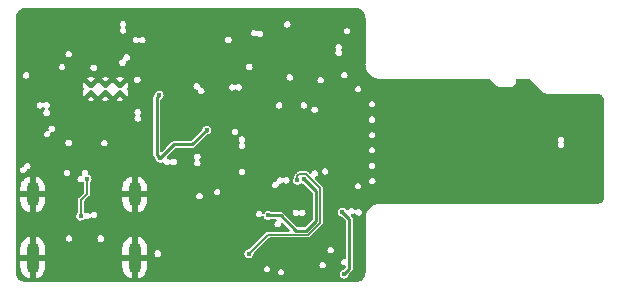
<source format=gbr>
G04 #@! TF.GenerationSoftware,KiCad,Pcbnew,5.99.0-unknown-r23941-4f651901*
G04 #@! TF.CreationDate,2020-11-30T00:39:05+01:00*
G04 #@! TF.ProjectId,sdrewire,73647265-7769-4726-952e-6b696361645f,rev?*
G04 #@! TF.SameCoordinates,PX70d1d60PY66b5f20*
G04 #@! TF.FileFunction,Copper,L2,Inr*
G04 #@! TF.FilePolarity,Positive*
%FSLAX46Y46*%
G04 Gerber Fmt 4.6, Leading zero omitted, Abs format (unit mm)*
G04 Created by KiCad (PCBNEW 5.99.0-unknown-r23941-4f651901) date 2020-11-30 00:39:05*
%MOMM*%
%LPD*%
G01*
G04 APERTURE LIST*
G04 #@! TA.AperFunction,ComponentPad*
%ADD10C,0.400000*%
G04 #@! TD*
G04 #@! TA.AperFunction,ComponentPad*
%ADD11O,1.100000X2.600000*%
G04 #@! TD*
G04 #@! TA.AperFunction,ComponentPad*
%ADD12O,1.100000X2.100000*%
G04 #@! TD*
G04 #@! TA.AperFunction,ViaPad*
%ADD13C,0.450000*%
G04 #@! TD*
G04 #@! TA.AperFunction,Conductor*
%ADD14C,0.250000*%
G04 #@! TD*
G04 #@! TA.AperFunction,Conductor*
%ADD15C,0.200000*%
G04 #@! TD*
G04 APERTURE END LIST*
D10*
G04 #@! TO.N,GND*
G04 #@! TO.C,U2*
X8980000Y16840000D03*
X6580000Y16840000D03*
X8980000Y16240000D03*
X7780000Y16240000D03*
X7780000Y16840000D03*
X6580000Y16240000D03*
G04 #@! TD*
D11*
G04 #@! TO.N,GND*
G04 #@! TO.C,J1*
X10270000Y2260000D03*
X1630000Y2260000D03*
D12*
X1630000Y7620000D03*
X10270000Y7620000D03*
G04 #@! TD*
D13*
G04 #@! TO.N,+5V*
X24580000Y8880000D03*
X21570000Y5830000D03*
G04 #@! TO.N,+3V3*
X27980000Y870000D03*
X12410000Y10670000D03*
X12330000Y16020000D03*
X27820000Y6110000D03*
X16340000Y13060000D03*
G04 #@! TO.N,/UFP_USB2_D-*
X5675000Y5780000D03*
X6225000Y8901419D03*
G04 #@! TO.N,Net-(RN1-Pad7)*
X19910000Y2590000D03*
X24033362Y8819263D03*
G04 #@! TD*
D14*
G04 #@! TO.N,+5V*
X25590000Y5340000D02*
X25590000Y7870000D01*
X22600000Y5830000D02*
X23890000Y4540000D01*
X21888198Y5830000D02*
X22600000Y5830000D01*
X21570000Y5830000D02*
X21888198Y5830000D01*
X23890000Y4540000D02*
X24790000Y4540000D01*
X25590000Y7870000D02*
X24580000Y8880000D01*
X24790000Y4540000D02*
X25590000Y5340000D01*
G04 #@! TO.N,+3V3*
X12410000Y10670000D02*
X13579999Y11839999D01*
X27980000Y870000D02*
X28437923Y1327923D01*
X28437923Y1327923D02*
X28437923Y5492077D01*
X12330000Y16020000D02*
X12105001Y15795001D01*
X12105001Y10974999D02*
X12410000Y10670000D01*
X28437923Y5492077D02*
X27820000Y6110000D01*
X12105001Y15795001D02*
X12105001Y10974999D01*
X13579999Y11839999D02*
X15119999Y11839999D01*
X15119999Y11839999D02*
X16340000Y13060000D01*
D15*
G04 #@! TO.N,/UFP_USB2_D-*
X6225000Y7675000D02*
X6225000Y8901419D01*
X5675000Y7125000D02*
X6225000Y7675000D01*
X5675000Y5780000D02*
X5675000Y7125000D01*
G04 #@! TO.N,Net-(RN1-Pad7)*
X23745010Y4214990D02*
X21534990Y4214990D01*
X24924623Y4214990D02*
X23745010Y4214990D01*
X21534990Y4214990D02*
X19910000Y2590000D01*
X24200902Y9305001D02*
X24784001Y9305001D01*
X25915010Y5205378D02*
X24924623Y4214990D01*
X24033362Y8819263D02*
X24033362Y9137461D01*
X24033362Y9137461D02*
X24200902Y9305001D01*
X24784001Y9305001D02*
X25915010Y8173992D01*
X25915010Y8173992D02*
X25915010Y5205378D01*
G04 #@! TD*
G04 #@! TA.AperFunction,Conductor*
G04 #@! TO.N,GND*
G36*
X28958981Y23402606D02*
G01*
X28959078Y23403313D01*
X28966138Y23402342D01*
X28973042Y23400581D01*
X28980160Y23400412D01*
X28980163Y23400412D01*
X29049980Y23398759D01*
X29059348Y23398187D01*
X29085156Y23395645D01*
X29097387Y23393831D01*
X29211908Y23371051D01*
X29223895Y23368048D01*
X29235212Y23364616D01*
X29237760Y23363843D01*
X29237763Y23363842D01*
X29249404Y23359677D01*
X29357273Y23314996D01*
X29368450Y23309710D01*
X29381245Y23302871D01*
X29391840Y23296521D01*
X29488927Y23231649D01*
X29498847Y23224292D01*
X29510070Y23215082D01*
X29519232Y23206778D01*
X29601783Y23124226D01*
X29610079Y23115073D01*
X29619302Y23103835D01*
X29626642Y23093939D01*
X29691525Y22996834D01*
X29697867Y22986254D01*
X29704711Y22973450D01*
X29709994Y22962278D01*
X29754674Y22854413D01*
X29758839Y22842771D01*
X29760994Y22835670D01*
X29763053Y22828879D01*
X29766055Y22816894D01*
X29787815Y22707503D01*
X29788830Y22702398D01*
X29790644Y22690166D01*
X29793188Y22664337D01*
X29793759Y22654980D01*
X29795577Y22578234D01*
X29797312Y22571380D01*
X29798270Y22564372D01*
X29797605Y22564281D01*
X29800000Y22545062D01*
X29800000Y18661685D01*
X29797429Y18636362D01*
X29794534Y18622251D01*
X29795184Y18594808D01*
X29797290Y18505856D01*
X29797270Y18499145D01*
X29797164Y18495556D01*
X29796953Y18488431D01*
X29797805Y18484147D01*
X29797904Y18479972D01*
X29799639Y18473120D01*
X29800520Y18469640D01*
X29801952Y18463302D01*
X29824057Y18352171D01*
X29840353Y18270246D01*
X29841019Y18266615D01*
X29842811Y18255968D01*
X29843546Y18254194D01*
X29843883Y18252499D01*
X29846011Y18247743D01*
X29848098Y18243077D01*
X29849490Y18239844D01*
X29888983Y18144500D01*
X29921118Y18066921D01*
X29927943Y18050443D01*
X29929313Y18046992D01*
X29933139Y18036919D01*
X29934206Y18035322D01*
X29934868Y18033724D01*
X29937878Y18029481D01*
X29940830Y18025320D01*
X29942815Y18022438D01*
X30041668Y17874492D01*
X30056737Y17851940D01*
X30058756Y17848819D01*
X30064466Y17839698D01*
X30065823Y17838341D01*
X30066783Y17836904D01*
X30070566Y17833327D01*
X30074273Y17829821D01*
X30076796Y17827368D01*
X30221784Y17682379D01*
X30224387Y17679697D01*
X30228057Y17675802D01*
X30228059Y17675800D01*
X30231744Y17671890D01*
X30233338Y17670825D01*
X30234561Y17669602D01*
X30243326Y17664092D01*
X30246237Y17662205D01*
X30416737Y17548281D01*
X30419809Y17546162D01*
X30428547Y17539941D01*
X30430317Y17539208D01*
X30431758Y17538245D01*
X30441414Y17534558D01*
X30444678Y17533259D01*
X30634084Y17454802D01*
X30637507Y17453325D01*
X30642404Y17451125D01*
X30647311Y17448920D01*
X30649192Y17448546D01*
X30650790Y17447884D01*
X30660956Y17446156D01*
X30664408Y17445519D01*
X30857845Y17407042D01*
X30864404Y17405554D01*
X30867868Y17404670D01*
X30867875Y17404669D01*
X30874780Y17402908D01*
X30879147Y17402805D01*
X30883242Y17401990D01*
X30890310Y17402187D01*
X30890313Y17402187D01*
X30893893Y17402287D01*
X30900388Y17402301D01*
X31009990Y17399706D01*
X31009993Y17399706D01*
X31017059Y17399539D01*
X31031497Y17402475D01*
X31056595Y17405000D01*
X40267686Y17405000D01*
X40335807Y17384998D01*
X40355500Y17369359D01*
X40945286Y16796186D01*
X40945399Y16796062D01*
X40949565Y16787384D01*
X40960650Y16778520D01*
X40960650Y16778519D01*
X40971788Y16769612D01*
X40980906Y16761569D01*
X40981257Y16761228D01*
X40981261Y16761225D01*
X40986332Y16756297D01*
X40992374Y16752619D01*
X40997382Y16748740D01*
X41001444Y16745896D01*
X41020778Y16730435D01*
X41033007Y16727623D01*
X41033622Y16727288D01*
X41034296Y16727098D01*
X41045015Y16720573D01*
X41069643Y16718145D01*
X41074893Y16717286D01*
X41080949Y16716598D01*
X41087899Y16715000D01*
X41095334Y16715000D01*
X41107698Y16714392D01*
X41121639Y16713017D01*
X41121640Y16713017D01*
X41135759Y16711625D01*
X41144946Y16714982D01*
X41145239Y16715000D01*
X42053971Y16715000D01*
X42077233Y16712834D01*
X42089171Y16710591D01*
X42089176Y16710591D01*
X42096174Y16709276D01*
X42103289Y16709563D01*
X42103290Y16709563D01*
X42114627Y16710021D01*
X42123284Y16710370D01*
X42128641Y16710358D01*
X42141328Y16706857D01*
X42155290Y16709388D01*
X42155292Y16709388D01*
X42162792Y16710748D01*
X42166899Y16711201D01*
X42166878Y16711338D01*
X42173859Y16712410D01*
X42180929Y16712696D01*
X42187753Y16714545D01*
X42187759Y16714546D01*
X42190684Y16715339D01*
X42201154Y16717703D01*
X42211283Y16719539D01*
X42217833Y16722350D01*
X42224660Y16724405D01*
X42224704Y16724258D01*
X42228596Y16725613D01*
X42235694Y16727536D01*
X42235695Y16727537D01*
X42249385Y16731246D01*
X42259438Y16739942D01*
X42264605Y16742420D01*
X42266203Y16743106D01*
X42272582Y16744876D01*
X42272401Y16745356D01*
X42285678Y16750359D01*
X42299735Y16752285D01*
X42311566Y16760116D01*
X42311569Y16760117D01*
X42321559Y16766729D01*
X42322270Y16767166D01*
X42326661Y16769050D01*
X42332374Y16773212D01*
X42332377Y16773214D01*
X42340223Y16778930D01*
X42344873Y16782161D01*
X42348053Y16784266D01*
X42359021Y16791525D01*
X42362320Y16794996D01*
X42362954Y16795491D01*
X42383986Y16810814D01*
X42390697Y16823317D01*
X42399295Y16833181D01*
X42406948Y16841217D01*
X42415239Y16849189D01*
X42427396Y16856501D01*
X42435180Y16868362D01*
X42435182Y16868364D01*
X42441750Y16878373D01*
X42442233Y16879058D01*
X42445527Y16882523D01*
X42454096Y16896955D01*
X42457094Y16901756D01*
X42462496Y16909988D01*
X42466403Y16915941D01*
X42468064Y16920425D01*
X42468460Y16921147D01*
X42470468Y16924529D01*
X42481737Y16943508D01*
X42482973Y16957641D01*
X42487324Y16971151D01*
X42487747Y16971015D01*
X42489202Y16977492D01*
X42489965Y16979553D01*
X42492048Y16984516D01*
X42500158Y16994874D01*
X42503426Y17009782D01*
X42504828Y17016181D01*
X42505990Y17020147D01*
X42505858Y17020180D01*
X42507557Y17027046D01*
X42510013Y17033676D01*
X42511327Y17043693D01*
X42513179Y17054287D01*
X42515379Y17064322D01*
X42515305Y17071456D01*
X42516036Y17078541D01*
X42516187Y17078525D01*
X42516436Y17082636D01*
X42517393Y17089931D01*
X42519239Y17103998D01*
X42515082Y17116623D01*
X42514783Y17122366D01*
X42514581Y17142064D01*
X42514581Y17142067D01*
X42514508Y17149142D01*
X42512864Y17156022D01*
X42512000Y17163045D01*
X42512329Y17163086D01*
X42510000Y17182854D01*
X42510000Y17299000D01*
X42530002Y17367121D01*
X42583658Y17413614D01*
X42636000Y17425000D01*
X43674968Y17425000D01*
X43743089Y17404998D01*
X43764063Y17388095D01*
X44341343Y16810814D01*
X44913962Y16238195D01*
X44914853Y16237197D01*
X44919565Y16227384D01*
X44930645Y16218523D01*
X44930647Y16218521D01*
X44940113Y16210951D01*
X44947515Y16204327D01*
X44949071Y16203086D01*
X44954077Y16198080D01*
X44960067Y16194315D01*
X44962046Y16192737D01*
X44969623Y16187353D01*
X44979696Y16179297D01*
X44979697Y16179296D01*
X44990778Y16170435D01*
X45002264Y16167794D01*
X45012244Y16161521D01*
X45026342Y16159927D01*
X45026343Y16159927D01*
X45039163Y16158478D01*
X45048597Y16156866D01*
X45050945Y16156599D01*
X45057899Y16155000D01*
X45065027Y16155000D01*
X45067202Y16154753D01*
X45076977Y16154203D01*
X45102851Y16151278D01*
X45113269Y16154916D01*
X45114771Y16155000D01*
X49339476Y16155000D01*
X49358011Y16152631D01*
X49358136Y16153507D01*
X49365190Y16152503D01*
X49372092Y16150709D01*
X49416224Y16149459D01*
X49439963Y16148786D01*
X49450499Y16148045D01*
X49455985Y16147427D01*
X49470463Y16145796D01*
X49484378Y16143432D01*
X49579300Y16121766D01*
X49592844Y16117863D01*
X49600175Y16115298D01*
X49613194Y16109905D01*
X49700914Y16067662D01*
X49713261Y16060838D01*
X49719835Y16056707D01*
X49731341Y16048542D01*
X49800557Y15993344D01*
X49807446Y15987850D01*
X49817981Y15978434D01*
X49823434Y15972981D01*
X49832850Y15962446D01*
X49893536Y15886348D01*
X49901707Y15874832D01*
X49905834Y15868265D01*
X49912674Y15855890D01*
X49954896Y15768214D01*
X49960306Y15755153D01*
X49962862Y15747847D01*
X49966770Y15734279D01*
X49988429Y15639392D01*
X49990796Y15625463D01*
X49992242Y15612625D01*
X49993045Y15605500D01*
X49993786Y15594965D01*
X49995503Y15534359D01*
X49995504Y15534354D01*
X49995704Y15527284D01*
X49997472Y15520436D01*
X49998462Y15513431D01*
X49997630Y15513313D01*
X50000000Y15494639D01*
X50000000Y7465524D01*
X49997631Y7446989D01*
X49998507Y7446864D01*
X49997503Y7439810D01*
X49995709Y7432908D01*
X49995507Y7425778D01*
X49993786Y7365037D01*
X49993046Y7354506D01*
X49992300Y7347885D01*
X49990796Y7334538D01*
X49988429Y7320609D01*
X49966774Y7225733D01*
X49962863Y7212157D01*
X49960301Y7204835D01*
X49954897Y7191787D01*
X49912665Y7104092D01*
X49905837Y7091738D01*
X49903141Y7087448D01*
X49901713Y7085175D01*
X49893541Y7073659D01*
X49832854Y6997559D01*
X49823438Y6987023D01*
X49817980Y6981565D01*
X49807445Y6972149D01*
X49731346Y6911462D01*
X49719830Y6903291D01*
X49713271Y6899169D01*
X49700902Y6892333D01*
X49613208Y6850101D01*
X49600155Y6844695D01*
X49592846Y6842138D01*
X49579279Y6838230D01*
X49484392Y6816571D01*
X49470463Y6814204D01*
X49452458Y6812176D01*
X49450500Y6811955D01*
X49439965Y6811214D01*
X49379359Y6809497D01*
X49379354Y6809496D01*
X49372284Y6809296D01*
X49365436Y6807528D01*
X49358431Y6806538D01*
X49358313Y6807370D01*
X49339639Y6805000D01*
X31056685Y6805000D01*
X31031362Y6807571D01*
X31024231Y6809034D01*
X31017251Y6810466D01*
X30962989Y6809181D01*
X30900855Y6807710D01*
X30894144Y6807730D01*
X30890554Y6807836D01*
X30890552Y6807836D01*
X30883430Y6808047D01*
X30879146Y6807195D01*
X30874972Y6807096D01*
X30864614Y6804474D01*
X30858315Y6803051D01*
X30665241Y6764646D01*
X30661636Y6763984D01*
X30650967Y6762189D01*
X30649192Y6761454D01*
X30647499Y6761117D01*
X30642758Y6758996D01*
X30642757Y6758996D01*
X30638095Y6756911D01*
X30634866Y6755520D01*
X30445455Y6677063D01*
X30441982Y6675685D01*
X30436968Y6673780D01*
X30436964Y6673778D01*
X30431918Y6671861D01*
X30430322Y6670794D01*
X30428725Y6670133D01*
X30424462Y6667109D01*
X30424460Y6667108D01*
X30420313Y6664166D01*
X30417413Y6662169D01*
X30246967Y6548281D01*
X30243824Y6546248D01*
X30234697Y6540534D01*
X30233339Y6539176D01*
X30231904Y6538217D01*
X30224804Y6530709D01*
X30222386Y6528223D01*
X30077398Y6383233D01*
X30074716Y6380630D01*
X30070805Y6376945D01*
X30070803Y6376943D01*
X30066890Y6373255D01*
X30065823Y6371658D01*
X30064602Y6370437D01*
X30061832Y6366030D01*
X30059121Y6361717D01*
X30057214Y6358775D01*
X29969132Y6226950D01*
X29943301Y6188291D01*
X29941178Y6185213D01*
X29938066Y6180843D01*
X29938064Y6180840D01*
X29934941Y6176453D01*
X29934207Y6174680D01*
X29933245Y6173241D01*
X29931383Y6168364D01*
X29931382Y6168363D01*
X29929561Y6163594D01*
X29928262Y6160329D01*
X29850041Y5971487D01*
X29849814Y5970940D01*
X29848334Y5967512D01*
X29843920Y5957689D01*
X29843545Y5955806D01*
X29842884Y5954209D01*
X29842015Y5949098D01*
X29841152Y5944022D01*
X29840517Y5940579D01*
X29812419Y5799321D01*
X29802042Y5747153D01*
X29800557Y5740606D01*
X29797908Y5730220D01*
X29797805Y5725852D01*
X29796990Y5721757D01*
X29797187Y5714689D01*
X29797187Y5714686D01*
X29797287Y5711107D01*
X29797301Y5704612D01*
X29794811Y5599420D01*
X29794539Y5587941D01*
X29795948Y5581013D01*
X29795948Y5581010D01*
X29797473Y5573512D01*
X29800000Y5548405D01*
X29800000Y1065098D01*
X29797606Y1046019D01*
X29798313Y1045922D01*
X29797342Y1038862D01*
X29795581Y1031958D01*
X29795412Y1024840D01*
X29795412Y1024837D01*
X29793759Y955020D01*
X29793187Y945652D01*
X29790645Y919844D01*
X29788831Y907614D01*
X29766053Y793098D01*
X29763052Y781116D01*
X29758839Y767226D01*
X29754675Y755592D01*
X29744914Y732027D01*
X29709994Y647724D01*
X29704710Y636550D01*
X29697874Y623760D01*
X29691520Y613158D01*
X29626639Y516058D01*
X29619299Y506161D01*
X29610073Y494920D01*
X29601787Y485778D01*
X29519247Y403236D01*
X29510088Y394934D01*
X29498848Y385709D01*
X29488912Y378340D01*
X29391844Y313482D01*
X29381241Y307127D01*
X29368458Y300294D01*
X29357278Y295006D01*
X29249409Y250325D01*
X29237772Y246161D01*
X29223884Y241948D01*
X29211902Y238947D01*
X29097397Y216170D01*
X29085166Y214356D01*
X29059337Y211812D01*
X29049977Y211240D01*
X28973234Y209423D01*
X28966380Y207688D01*
X28959372Y206730D01*
X28959281Y207395D01*
X28940062Y205000D01*
X1060098Y205000D01*
X1041019Y207394D01*
X1040922Y206687D01*
X1033862Y207658D01*
X1026958Y209419D01*
X1019840Y209588D01*
X1019837Y209588D01*
X950020Y211241D01*
X940652Y211813D01*
X914844Y214355D01*
X902614Y216169D01*
X832554Y230104D01*
X788091Y238949D01*
X776116Y241948D01*
X762217Y246164D01*
X750592Y250325D01*
X708041Y267950D01*
X642724Y295006D01*
X631550Y300290D01*
X618760Y307126D01*
X608158Y313480D01*
X511058Y378361D01*
X501161Y385701D01*
X489920Y394927D01*
X480778Y403213D01*
X398234Y485756D01*
X389934Y494912D01*
X380709Y506152D01*
X373340Y516088D01*
X308482Y613156D01*
X302127Y623759D01*
X295294Y636542D01*
X290006Y647722D01*
X286591Y655968D01*
X245325Y755592D01*
X241160Y767231D01*
X236949Y781112D01*
X233947Y793098D01*
X211168Y907614D01*
X209356Y919834D01*
X206812Y945663D01*
X206240Y955030D01*
X204832Y1014500D01*
X204423Y1031766D01*
X202688Y1038620D01*
X201730Y1045628D01*
X202395Y1045719D01*
X200000Y1064938D01*
X200000Y1992452D01*
X572000Y1992452D01*
X572000Y1462089D01*
X572300Y1455944D01*
X586644Y1309663D01*
X589028Y1297626D01*
X645428Y1110821D01*
X650103Y1099480D01*
X741708Y927196D01*
X748507Y916961D01*
X871833Y765748D01*
X880472Y757049D01*
X1030829Y632662D01*
X1041000Y625802D01*
X1212654Y532989D01*
X1223959Y528237D01*
X1358692Y486531D01*
X1372795Y486325D01*
X1376000Y493080D01*
X1376000Y1987885D01*
X1374659Y1992452D01*
X1884000Y1992452D01*
X1884000Y500077D01*
X1887973Y486546D01*
X1895768Y485426D01*
X2022298Y522665D01*
X2033666Y527258D01*
X2206601Y617666D01*
X2216863Y624382D01*
X2368937Y746653D01*
X2377703Y755237D01*
X2503138Y904723D01*
X2510062Y914834D01*
X2604075Y1085845D01*
X2608903Y1097109D01*
X2667909Y1283120D01*
X2670457Y1295109D01*
X2687607Y1448008D01*
X2688000Y1455032D01*
X2688000Y1987885D01*
X2686659Y1992452D01*
X9212000Y1992452D01*
X9212000Y1462089D01*
X9212300Y1455944D01*
X9226644Y1309663D01*
X9229028Y1297626D01*
X9285428Y1110821D01*
X9290103Y1099480D01*
X9381708Y927196D01*
X9388507Y916961D01*
X9511833Y765748D01*
X9520472Y757049D01*
X9670829Y632662D01*
X9681000Y625802D01*
X9852654Y532989D01*
X9863959Y528237D01*
X9998692Y486531D01*
X10012795Y486325D01*
X10016000Y493080D01*
X10016000Y1987885D01*
X10014659Y1992452D01*
X10524000Y1992452D01*
X10524000Y500077D01*
X10527973Y486546D01*
X10535768Y485426D01*
X10662298Y522665D01*
X10673666Y527258D01*
X10846601Y617666D01*
X10856863Y624382D01*
X11008937Y746653D01*
X11017703Y755237D01*
X11143138Y904723D01*
X11150062Y914834D01*
X11244075Y1085845D01*
X11248903Y1097109D01*
X11307909Y1283120D01*
X11309371Y1290000D01*
X21184500Y1290000D01*
X21205471Y1184571D01*
X21265192Y1095192D01*
X21354571Y1035471D01*
X21460000Y1014500D01*
X21537924Y1030000D01*
X22374500Y1030000D01*
X22395471Y924571D01*
X22455192Y835192D01*
X22465508Y828299D01*
X22492181Y810477D01*
X22544571Y775471D01*
X22650000Y754500D01*
X22755429Y775471D01*
X22807819Y810477D01*
X22834492Y828299D01*
X22844808Y835192D01*
X22904529Y924571D01*
X22925500Y1030000D01*
X22904529Y1135429D01*
X22844808Y1224808D01*
X22832918Y1232753D01*
X22765748Y1277634D01*
X22755429Y1284529D01*
X22650000Y1305500D01*
X22544571Y1284529D01*
X22534252Y1277634D01*
X22467083Y1232753D01*
X22455192Y1224808D01*
X22395471Y1135429D01*
X22374500Y1030000D01*
X21537924Y1030000D01*
X21565429Y1035471D01*
X21654808Y1095192D01*
X21714529Y1184571D01*
X21735500Y1290000D01*
X21714529Y1395429D01*
X21654808Y1484808D01*
X21640709Y1494229D01*
X21575748Y1537634D01*
X21565429Y1544529D01*
X21460000Y1565500D01*
X21354571Y1544529D01*
X21344252Y1537634D01*
X21279292Y1494229D01*
X21265192Y1484808D01*
X21205471Y1395429D01*
X21184500Y1290000D01*
X11309371Y1290000D01*
X11310457Y1295109D01*
X11327607Y1448008D01*
X11328000Y1455032D01*
X11328000Y1640000D01*
X25894500Y1640000D01*
X25915471Y1534571D01*
X25975192Y1445192D01*
X26064571Y1385471D01*
X26170000Y1364500D01*
X26275429Y1385471D01*
X26364808Y1445192D01*
X26424529Y1534571D01*
X26445500Y1640000D01*
X26424529Y1745429D01*
X26364808Y1834808D01*
X26275429Y1894529D01*
X26170000Y1915500D01*
X26064571Y1894529D01*
X25975192Y1834808D01*
X25915471Y1745429D01*
X25894500Y1640000D01*
X11328000Y1640000D01*
X11328000Y1987885D01*
X11323525Y2003124D01*
X11322135Y2004329D01*
X11314452Y2006000D01*
X10542115Y2006000D01*
X10526876Y2001525D01*
X10525671Y2000135D01*
X10524000Y1992452D01*
X10014659Y1992452D01*
X10011525Y2003124D01*
X10010135Y2004329D01*
X10002452Y2006000D01*
X9230115Y2006000D01*
X9214876Y2001525D01*
X9213671Y2000135D01*
X9212000Y1992452D01*
X2686659Y1992452D01*
X2683525Y2003124D01*
X2682135Y2004329D01*
X2674452Y2006000D01*
X1902115Y2006000D01*
X1886876Y2001525D01*
X1885671Y2000135D01*
X1884000Y1992452D01*
X1374659Y1992452D01*
X1371525Y2003124D01*
X1370135Y2004329D01*
X1362452Y2006000D01*
X590115Y2006000D01*
X574876Y2001525D01*
X573671Y2000135D01*
X572000Y1992452D01*
X200000Y1992452D01*
X200000Y3064967D01*
X572000Y3064967D01*
X572000Y2532115D01*
X576475Y2516876D01*
X577865Y2515671D01*
X585548Y2514000D01*
X1357885Y2514000D01*
X1373124Y2518475D01*
X1374329Y2519865D01*
X1376000Y2527548D01*
X1376000Y4019923D01*
X1373946Y4026920D01*
X1884000Y4026920D01*
X1884000Y2532115D01*
X1888475Y2516876D01*
X1889865Y2515671D01*
X1897548Y2514000D01*
X2669885Y2514000D01*
X2685124Y2518475D01*
X2686329Y2519865D01*
X2688000Y2527548D01*
X2688000Y3057911D01*
X2687700Y3064056D01*
X2687611Y3064967D01*
X9212000Y3064967D01*
X9212000Y2532115D01*
X9216475Y2516876D01*
X9217865Y2515671D01*
X9225548Y2514000D01*
X9997885Y2514000D01*
X10013124Y2518475D01*
X10014329Y2519865D01*
X10016000Y2527548D01*
X10016000Y4019923D01*
X10013946Y4026920D01*
X10524000Y4026920D01*
X10524000Y2532115D01*
X10528475Y2516876D01*
X10529865Y2515671D01*
X10537548Y2514000D01*
X11309885Y2514000D01*
X11325124Y2518475D01*
X11326329Y2519865D01*
X11328000Y2527548D01*
X11328000Y2610000D01*
X11914500Y2610000D01*
X11935471Y2504571D01*
X11995192Y2415192D01*
X12084571Y2355471D01*
X12190000Y2334500D01*
X12295429Y2355471D01*
X12384808Y2415192D01*
X12444529Y2504571D01*
X12449681Y2530477D01*
X19534185Y2530477D01*
X19573727Y2411953D01*
X19649530Y2312627D01*
X19658188Y2306842D01*
X19658189Y2306841D01*
X19744761Y2248996D01*
X19753419Y2243211D01*
X19874192Y2211189D01*
X19998826Y2220013D01*
X20113882Y2268733D01*
X20206954Y2352095D01*
X20268005Y2461110D01*
X20275943Y2504571D01*
X20290453Y2584023D01*
X20292904Y2583575D01*
X20315324Y2639778D01*
X20325367Y2651107D01*
X20564260Y2890000D01*
X26574500Y2890000D01*
X26595471Y2784571D01*
X26655192Y2695192D01*
X26744571Y2635471D01*
X26850000Y2614500D01*
X26955429Y2635471D01*
X27044808Y2695192D01*
X27104529Y2784571D01*
X27125500Y2890000D01*
X27104529Y2995429D01*
X27044808Y3084808D01*
X26955429Y3144529D01*
X26850000Y3165500D01*
X26744571Y3144529D01*
X26655192Y3084808D01*
X26595471Y2995429D01*
X26574500Y2890000D01*
X20564260Y2890000D01*
X21601845Y3927585D01*
X21664157Y3961611D01*
X21690940Y3964490D01*
X24887076Y3964490D01*
X24911658Y3962069D01*
X24924623Y3959490D01*
X24949759Y3964490D01*
X24949760Y3964490D01*
X24980076Y3970520D01*
X25010230Y3976518D01*
X25010232Y3976519D01*
X25022399Y3978939D01*
X25032714Y3985831D01*
X25032716Y3985832D01*
X25094973Y4027431D01*
X25105289Y4034324D01*
X25112181Y4044639D01*
X25112183Y4044641D01*
X25112640Y4045325D01*
X25128310Y4064418D01*
X26065585Y5001693D01*
X26084678Y5017363D01*
X26085359Y5017818D01*
X26085361Y5017820D01*
X26095676Y5024712D01*
X26102569Y5035028D01*
X26144168Y5097285D01*
X26144169Y5097287D01*
X26151061Y5107602D01*
X26165510Y5180241D01*
X26170510Y5205377D01*
X26167931Y5218343D01*
X26165510Y5242925D01*
X26165510Y6050477D01*
X27444185Y6050477D01*
X27483727Y5931953D01*
X27559530Y5832627D01*
X27568188Y5826842D01*
X27568189Y5826841D01*
X27633515Y5783192D01*
X27663419Y5763211D01*
X27784192Y5731189D01*
X27783184Y5727389D01*
X27830717Y5708395D01*
X27841986Y5698398D01*
X28125519Y5414865D01*
X28159545Y5352553D01*
X28162424Y5325770D01*
X28162423Y2286560D01*
X28142421Y2218439D01*
X28088765Y2171946D01*
X28011842Y2162981D01*
X28000093Y2165318D01*
X27987922Y2167739D01*
X27882493Y2146768D01*
X27793114Y2087047D01*
X27733393Y1997668D01*
X27712422Y1892239D01*
X27733393Y1786810D01*
X27793114Y1697431D01*
X27882493Y1637710D01*
X27987922Y1616739D01*
X28000093Y1619160D01*
X28011842Y1621497D01*
X28082556Y1615169D01*
X28138623Y1571615D01*
X28162423Y1497918D01*
X28162423Y1494229D01*
X28142421Y1426108D01*
X28125518Y1405134D01*
X28000928Y1280544D01*
X27942209Y1247355D01*
X27828885Y1219206D01*
X27820136Y1213557D01*
X27820134Y1213556D01*
X27794096Y1196743D01*
X27723919Y1151430D01*
X27711305Y1135429D01*
X27653013Y1061487D01*
X27653012Y1061484D01*
X27646565Y1053307D01*
X27605166Y935419D01*
X27605084Y925006D01*
X27605084Y925005D01*
X27604905Y902144D01*
X27604185Y810477D01*
X27643727Y691953D01*
X27719530Y592627D01*
X27728188Y586842D01*
X27728189Y586841D01*
X27808785Y532989D01*
X27823419Y523211D01*
X27944192Y491189D01*
X28068826Y500013D01*
X28183882Y548733D01*
X28255809Y613156D01*
X28269197Y625147D01*
X28269198Y625148D01*
X28276954Y632095D01*
X28338005Y741110D01*
X28340451Y754500D01*
X28348869Y800598D01*
X28352679Y821460D01*
X28387534Y887919D01*
X28606185Y1106569D01*
X28625278Y1122238D01*
X28625950Y1122687D01*
X28636266Y1129580D01*
X28650503Y1150887D01*
X28650507Y1150891D01*
X28690176Y1210261D01*
X28697071Y1220580D01*
X28709791Y1284529D01*
X28710273Y1286950D01*
X28713420Y1302769D01*
X28713421Y1302776D01*
X28713423Y1302786D01*
X28713423Y1302790D01*
X28718422Y1327923D01*
X28715844Y1340885D01*
X28713423Y1365465D01*
X28713423Y5454537D01*
X28715844Y5479117D01*
X28716001Y5479906D01*
X28718422Y5492078D01*
X28713423Y5517210D01*
X28713423Y5517214D01*
X28706379Y5552627D01*
X28699492Y5587251D01*
X28699491Y5587253D01*
X28697071Y5599420D01*
X28690179Y5609735D01*
X28690178Y5609737D01*
X28650505Y5669111D01*
X28650500Y5669117D01*
X28643159Y5680104D01*
X28636266Y5690420D01*
X28625275Y5697764D01*
X28606182Y5713434D01*
X28587453Y5732163D01*
X28553427Y5794475D01*
X28558492Y5865290D01*
X28601039Y5922126D01*
X28651966Y5944837D01*
X28705429Y5955471D01*
X28715747Y5962365D01*
X28715749Y5962366D01*
X28788916Y6011255D01*
X28856669Y6032470D01*
X28925136Y6013687D01*
X28963683Y5976492D01*
X29015353Y5899162D01*
X29025669Y5892269D01*
X29035906Y5885429D01*
X29104732Y5839441D01*
X29210161Y5818470D01*
X29315590Y5839441D01*
X29384416Y5885429D01*
X29394653Y5892269D01*
X29404969Y5899162D01*
X29433796Y5942304D01*
X29457795Y5978222D01*
X29464690Y5988541D01*
X29485661Y6093970D01*
X29464690Y6199399D01*
X29430159Y6251079D01*
X29411862Y6278462D01*
X29404969Y6288778D01*
X29315590Y6348499D01*
X29210161Y6369470D01*
X29104732Y6348499D01*
X29094414Y6341605D01*
X29094412Y6341604D01*
X29021245Y6292715D01*
X28953492Y6271500D01*
X28885025Y6290283D01*
X28846478Y6327478D01*
X28842090Y6334046D01*
X28794808Y6404808D01*
X28705429Y6464529D01*
X28600000Y6485500D01*
X28494571Y6464529D01*
X28405192Y6404808D01*
X28398299Y6394492D01*
X28345658Y6315710D01*
X28291181Y6270182D01*
X28220738Y6261335D01*
X28156694Y6291976D01*
X28130004Y6325882D01*
X28125599Y6334046D01*
X28120654Y6343211D01*
X28112315Y6350920D01*
X28036548Y6420958D01*
X28028903Y6428025D01*
X28019381Y6432235D01*
X28019379Y6432236D01*
X27952693Y6461717D01*
X27914627Y6478546D01*
X27904253Y6479444D01*
X27904251Y6479445D01*
X27834334Y6485500D01*
X27790146Y6489327D01*
X27668885Y6459206D01*
X27660136Y6453557D01*
X27660134Y6453556D01*
X27595313Y6411701D01*
X27563919Y6391430D01*
X27547181Y6370198D01*
X27493013Y6301487D01*
X27493012Y6301484D01*
X27486565Y6293307D01*
X27445166Y6175419D01*
X27445084Y6165006D01*
X27445084Y6165005D01*
X27445026Y6157634D01*
X27444185Y6050477D01*
X26165510Y6050477D01*
X26165510Y8136446D01*
X26167931Y8161026D01*
X26168089Y8161820D01*
X26168089Y8161822D01*
X26170510Y8173993D01*
X26164491Y8204252D01*
X26153482Y8259599D01*
X26153481Y8259601D01*
X26151061Y8271768D01*
X26144169Y8282083D01*
X26144168Y8282085D01*
X26123462Y8313073D01*
X26118834Y8320000D01*
X28884500Y8320000D01*
X28905471Y8214571D01*
X28965192Y8125192D01*
X29054571Y8065471D01*
X29160000Y8044500D01*
X29265429Y8065471D01*
X29354808Y8125192D01*
X29414529Y8214571D01*
X29435500Y8320000D01*
X29414529Y8425429D01*
X29354808Y8514808D01*
X29341155Y8523931D01*
X29275748Y8567634D01*
X29265429Y8574529D01*
X29160000Y8595500D01*
X29054571Y8574529D01*
X29044252Y8567634D01*
X28978846Y8523931D01*
X28965192Y8514808D01*
X28905471Y8425429D01*
X28884500Y8320000D01*
X26118834Y8320000D01*
X26102569Y8344342D01*
X26095676Y8354658D01*
X26085361Y8361550D01*
X26085359Y8361552D01*
X26084678Y8362007D01*
X26065585Y8377677D01*
X25688262Y8755000D01*
X30091504Y8755000D01*
X30112475Y8649571D01*
X30172196Y8560192D01*
X30182512Y8553299D01*
X30193728Y8545805D01*
X30261575Y8500471D01*
X30367004Y8479500D01*
X30472433Y8500471D01*
X30540280Y8545805D01*
X30551496Y8553299D01*
X30561812Y8560192D01*
X30621533Y8649571D01*
X30642504Y8755000D01*
X30621533Y8860429D01*
X30577811Y8925864D01*
X30568705Y8939492D01*
X30561812Y8949808D01*
X30472433Y9009529D01*
X30367004Y9030500D01*
X30261575Y9009529D01*
X30172196Y8949808D01*
X30165303Y8939492D01*
X30156197Y8925864D01*
X30112475Y8860429D01*
X30091504Y8755000D01*
X25688262Y8755000D01*
X25517176Y8926086D01*
X25483150Y8988398D01*
X25488215Y9059213D01*
X25530762Y9116049D01*
X25581690Y9138760D01*
X25615429Y9145471D01*
X25686636Y9193050D01*
X25694492Y9198299D01*
X25704808Y9205192D01*
X25764529Y9294571D01*
X25785500Y9400000D01*
X25764529Y9505429D01*
X25723055Y9567500D01*
X26099500Y9567500D01*
X26120471Y9462071D01*
X26127366Y9451752D01*
X26170685Y9386921D01*
X26180192Y9372692D01*
X26269571Y9312971D01*
X26375000Y9292000D01*
X26480429Y9312971D01*
X26569808Y9372692D01*
X26579316Y9386921D01*
X26622634Y9451752D01*
X26629529Y9462071D01*
X26650500Y9567500D01*
X26629529Y9672929D01*
X26569808Y9762308D01*
X26480429Y9822029D01*
X26375000Y9843000D01*
X26269571Y9822029D01*
X26180192Y9762308D01*
X26120471Y9672929D01*
X26099500Y9567500D01*
X25723055Y9567500D01*
X25711701Y9584492D01*
X25704808Y9594808D01*
X25615429Y9654529D01*
X25510000Y9675500D01*
X25404571Y9654529D01*
X25315192Y9594808D01*
X25308299Y9584492D01*
X25296945Y9567500D01*
X25255471Y9505429D01*
X25251540Y9485667D01*
X25248760Y9471690D01*
X25215853Y9408780D01*
X25154159Y9373647D01*
X25083264Y9377447D01*
X25036086Y9407175D01*
X24987688Y9455573D01*
X24972018Y9474666D01*
X24971561Y9475350D01*
X24971559Y9475352D01*
X24964667Y9485667D01*
X24935091Y9505429D01*
X24892094Y9534159D01*
X24892092Y9534160D01*
X24881777Y9541052D01*
X24869610Y9543472D01*
X24869608Y9543473D01*
X24839454Y9549471D01*
X24809138Y9555501D01*
X24809137Y9555501D01*
X24784001Y9560501D01*
X24771830Y9558080D01*
X24771036Y9557922D01*
X24746454Y9555501D01*
X24238448Y9555501D01*
X24213866Y9557922D01*
X24213072Y9558080D01*
X24200901Y9560501D01*
X24188730Y9558080D01*
X24133435Y9547081D01*
X24115295Y9543473D01*
X24115293Y9543472D01*
X24103126Y9541052D01*
X24092811Y9534160D01*
X24092809Y9534159D01*
X24049812Y9505429D01*
X24020236Y9485667D01*
X24013343Y9475351D01*
X24012890Y9474673D01*
X23997221Y9455580D01*
X23882785Y9341143D01*
X23863689Y9325472D01*
X23863018Y9325024D01*
X23863015Y9325021D01*
X23852697Y9318127D01*
X23845801Y9307806D01*
X23845800Y9307805D01*
X23835240Y9292001D01*
X23835240Y9292000D01*
X23797311Y9235236D01*
X23794891Y9223069D01*
X23794890Y9223067D01*
X23786890Y9182849D01*
X23777862Y9137461D01*
X23777172Y9137598D01*
X23760281Y9080073D01*
X23753235Y9070191D01*
X23699927Y9002570D01*
X23658528Y8884682D01*
X23658446Y8874269D01*
X23658446Y8874268D01*
X23658242Y8848257D01*
X23657547Y8759740D01*
X23697089Y8641216D01*
X23772892Y8541890D01*
X23781550Y8536105D01*
X23781551Y8536104D01*
X23868123Y8478259D01*
X23876781Y8472474D01*
X23997554Y8440452D01*
X24122188Y8449276D01*
X24237244Y8497996D01*
X24266506Y8524205D01*
X24330594Y8554754D01*
X24401025Y8545805D01*
X24407379Y8542329D01*
X24414761Y8538996D01*
X24423419Y8533211D01*
X24544192Y8501189D01*
X24543184Y8497389D01*
X24590717Y8478395D01*
X24601987Y8468398D01*
X25277597Y7792787D01*
X25311622Y7730475D01*
X25314501Y7703692D01*
X25314500Y5506307D01*
X25294498Y5438186D01*
X25277596Y5417212D01*
X24712790Y4852405D01*
X24650477Y4818380D01*
X24623694Y4815500D01*
X24056306Y4815500D01*
X23988185Y4835502D01*
X23967211Y4852405D01*
X22821359Y5998256D01*
X22805689Y6017349D01*
X22805236Y6018027D01*
X22798343Y6028343D01*
X22756547Y6056271D01*
X23614510Y6056271D01*
X23635481Y5950842D01*
X23695202Y5861463D01*
X23784581Y5801742D01*
X23890010Y5780771D01*
X23995439Y5801742D01*
X24084818Y5861463D01*
X24085057Y5861820D01*
X24140092Y5891869D01*
X24210907Y5886801D01*
X24244993Y5864894D01*
X24245192Y5865192D01*
X24334571Y5805471D01*
X24440000Y5784500D01*
X24545429Y5805471D01*
X24634808Y5865192D01*
X24694529Y5954571D01*
X24715500Y6060000D01*
X24694529Y6165429D01*
X24634808Y6254808D01*
X24624488Y6261704D01*
X24555748Y6307634D01*
X24545429Y6314529D01*
X24440000Y6335500D01*
X24334571Y6314529D01*
X24245192Y6254808D01*
X24244954Y6254452D01*
X24189929Y6224404D01*
X24119113Y6229466D01*
X24085017Y6251377D01*
X24084818Y6251079D01*
X24005758Y6303905D01*
X23995439Y6310800D01*
X23890010Y6331771D01*
X23784581Y6310800D01*
X23695202Y6251079D01*
X23635481Y6161700D01*
X23614510Y6056271D01*
X22756547Y6056271D01*
X22707343Y6089148D01*
X22695176Y6091568D01*
X22695174Y6091569D01*
X22625149Y6105498D01*
X22625144Y6105499D01*
X22625137Y6105500D01*
X22625130Y6105500D01*
X22600000Y6110499D01*
X22587829Y6108078D01*
X22587827Y6108078D01*
X22587038Y6107921D01*
X22562458Y6105500D01*
X21874221Y6105500D01*
X21806100Y6125502D01*
X21788698Y6138971D01*
X21778903Y6148025D01*
X21664627Y6198546D01*
X21654253Y6199444D01*
X21654251Y6199445D01*
X21585933Y6205361D01*
X21540146Y6209327D01*
X21418885Y6179206D01*
X21410136Y6173557D01*
X21410134Y6173556D01*
X21328641Y6120936D01*
X21313919Y6111430D01*
X21253295Y6034529D01*
X21252361Y6033344D01*
X21194480Y5992231D01*
X21123560Y5988937D01*
X21062117Y6024509D01*
X21037002Y6063131D01*
X21036950Y6063257D01*
X21034529Y6075429D01*
X21025363Y6089148D01*
X20981701Y6154492D01*
X20974808Y6164808D01*
X20960034Y6174680D01*
X20895748Y6217634D01*
X20885429Y6224529D01*
X20780000Y6245500D01*
X20674571Y6224529D01*
X20664252Y6217634D01*
X20599967Y6174680D01*
X20585192Y6164808D01*
X20525471Y6075429D01*
X20504500Y5970000D01*
X20525471Y5864571D01*
X20532366Y5854252D01*
X20572457Y5794252D01*
X20585192Y5775192D01*
X20674571Y5715471D01*
X20780000Y5694500D01*
X20885429Y5715471D01*
X20974808Y5775192D01*
X20981701Y5785508D01*
X20990478Y5794285D01*
X20992889Y5791874D01*
X21031662Y5824278D01*
X21102105Y5833127D01*
X21166149Y5802486D01*
X21201475Y5748625D01*
X21207904Y5729354D01*
X21233727Y5651953D01*
X21309530Y5552627D01*
X21318188Y5546842D01*
X21318189Y5546841D01*
X21404761Y5488996D01*
X21413419Y5483211D01*
X21534192Y5451189D01*
X21658826Y5460013D01*
X21773882Y5508733D01*
X21789093Y5522357D01*
X21853181Y5552906D01*
X21873158Y5554500D01*
X22153449Y5554500D01*
X22221570Y5534498D01*
X22268063Y5480842D01*
X22278167Y5410568D01*
X22248673Y5345988D01*
X22223453Y5323737D01*
X22165192Y5284808D01*
X22105471Y5195429D01*
X22084500Y5090000D01*
X22105471Y4984571D01*
X22165192Y4895192D01*
X22254571Y4835471D01*
X22360000Y4814500D01*
X22465429Y4835471D01*
X22554808Y4895192D01*
X22614529Y4984571D01*
X22635500Y5090000D01*
X22633079Y5102171D01*
X22633079Y5103116D01*
X22653081Y5171237D01*
X22706737Y5217730D01*
X22777011Y5227834D01*
X22841591Y5198340D01*
X22848156Y5192229D01*
X23359801Y4680583D01*
X23393825Y4618273D01*
X23388760Y4547457D01*
X23346213Y4490622D01*
X23279693Y4465811D01*
X23270704Y4465490D01*
X21572537Y4465490D01*
X21547955Y4467911D01*
X21547161Y4468069D01*
X21534990Y4470490D01*
X21509853Y4465490D01*
X21437214Y4451041D01*
X21426896Y4444147D01*
X21426894Y4444146D01*
X21364643Y4402551D01*
X21354324Y4395656D01*
X21347429Y4385336D01*
X21346979Y4384663D01*
X21331308Y4365568D01*
X20644040Y3678299D01*
X19970767Y3005026D01*
X19908455Y2971001D01*
X19891555Y2968509D01*
X19890525Y2968428D01*
X19880146Y2969327D01*
X19758885Y2939206D01*
X19750136Y2933557D01*
X19750134Y2933556D01*
X19675709Y2885500D01*
X19653919Y2871430D01*
X19647473Y2863253D01*
X19583013Y2781487D01*
X19583012Y2781484D01*
X19576565Y2773307D01*
X19535166Y2655419D01*
X19535084Y2645006D01*
X19535084Y2645005D01*
X19535043Y2639778D01*
X19534185Y2530477D01*
X12449681Y2530477D01*
X12465500Y2610000D01*
X12444529Y2715429D01*
X12384808Y2804808D01*
X12295429Y2864529D01*
X12190000Y2885500D01*
X12084571Y2864529D01*
X11995192Y2804808D01*
X11935471Y2715429D01*
X11914500Y2610000D01*
X11328000Y2610000D01*
X11328000Y3057911D01*
X11327700Y3064056D01*
X11313356Y3210337D01*
X11310973Y3222374D01*
X11254573Y3409179D01*
X11249898Y3420520D01*
X11158293Y3592804D01*
X11151494Y3603039D01*
X11028168Y3754252D01*
X11019529Y3762951D01*
X10869172Y3887338D01*
X10859001Y3894198D01*
X10687346Y3987011D01*
X10676041Y3991763D01*
X10541308Y4033469D01*
X10527205Y4033675D01*
X10524000Y4026920D01*
X10013946Y4026920D01*
X10012027Y4033454D01*
X10004232Y4034574D01*
X9877702Y3997335D01*
X9866334Y3992742D01*
X9693399Y3902334D01*
X9683137Y3895618D01*
X9531063Y3773347D01*
X9522297Y3764763D01*
X9396862Y3615277D01*
X9389939Y3605166D01*
X9295925Y3434154D01*
X9291097Y3422890D01*
X9232091Y3236879D01*
X9229543Y3224890D01*
X9212393Y3071991D01*
X9212000Y3064967D01*
X2687611Y3064967D01*
X2673356Y3210337D01*
X2670973Y3222374D01*
X2614573Y3409179D01*
X2609898Y3420520D01*
X2518293Y3592804D01*
X2511494Y3603039D01*
X2388168Y3754252D01*
X2379529Y3762951D01*
X2229172Y3887338D01*
X2225226Y3890000D01*
X4404500Y3890000D01*
X4425471Y3784571D01*
X4485192Y3695192D01*
X4574571Y3635471D01*
X4680000Y3614500D01*
X4785429Y3635471D01*
X4874808Y3695192D01*
X4934529Y3784571D01*
X4953510Y3880000D01*
X7084500Y3880000D01*
X7105471Y3774571D01*
X7165192Y3685192D01*
X7254571Y3625471D01*
X7360000Y3604500D01*
X7465429Y3625471D01*
X7554808Y3685192D01*
X7614529Y3774571D01*
X7635500Y3880000D01*
X7614529Y3985429D01*
X7554808Y4074808D01*
X7465429Y4134529D01*
X7360000Y4155500D01*
X7254571Y4134529D01*
X7165192Y4074808D01*
X7105471Y3985429D01*
X7084500Y3880000D01*
X4953510Y3880000D01*
X4955500Y3890000D01*
X4934529Y3995429D01*
X4874808Y4084808D01*
X4785429Y4144529D01*
X4680000Y4165500D01*
X4574571Y4144529D01*
X4485192Y4084808D01*
X4425471Y3995429D01*
X4404500Y3890000D01*
X2225226Y3890000D01*
X2219001Y3894198D01*
X2047346Y3987011D01*
X2036041Y3991763D01*
X1901308Y4033469D01*
X1887205Y4033675D01*
X1884000Y4026920D01*
X1373946Y4026920D01*
X1372027Y4033454D01*
X1364232Y4034574D01*
X1237702Y3997335D01*
X1226334Y3992742D01*
X1053399Y3902334D01*
X1043137Y3895618D01*
X891063Y3773347D01*
X882297Y3764763D01*
X756862Y3615277D01*
X749939Y3605166D01*
X655925Y3434154D01*
X651097Y3422890D01*
X592091Y3236879D01*
X589543Y3224890D01*
X572393Y3071991D01*
X572000Y3064967D01*
X200000Y3064967D01*
X200000Y5720477D01*
X5299185Y5720477D01*
X5338727Y5601953D01*
X5414530Y5502627D01*
X5423188Y5496842D01*
X5423189Y5496841D01*
X5486502Y5454537D01*
X5518419Y5433211D01*
X5639192Y5401189D01*
X5763826Y5410013D01*
X5878882Y5458733D01*
X5942463Y5515681D01*
X5951593Y5523858D01*
X6015681Y5554407D01*
X6086111Y5545459D01*
X6105660Y5534766D01*
X6109251Y5532366D01*
X6109253Y5532365D01*
X6119571Y5525471D01*
X6225000Y5504500D01*
X6330429Y5525471D01*
X6419808Y5585192D01*
X6431007Y5601953D01*
X6467079Y5655938D01*
X6521556Y5701466D01*
X6591999Y5710314D01*
X6641845Y5690702D01*
X6694571Y5655471D01*
X6800000Y5634500D01*
X6905429Y5655471D01*
X6963840Y5694500D01*
X6984492Y5708299D01*
X6994808Y5715192D01*
X7009465Y5737127D01*
X7041118Y5784500D01*
X7054529Y5804571D01*
X7075500Y5910000D01*
X7054529Y6015429D01*
X7009877Y6082255D01*
X7001701Y6094492D01*
X6994808Y6104808D01*
X6905429Y6164529D01*
X6800000Y6185500D01*
X6694571Y6164529D01*
X6605192Y6104808D01*
X6598299Y6094492D01*
X6557921Y6034062D01*
X6503444Y5988534D01*
X6433001Y5979686D01*
X6383155Y5999298D01*
X6330429Y6034529D01*
X6225000Y6055500D01*
X6119571Y6034529D01*
X6109252Y6027634D01*
X6099718Y6023685D01*
X6029128Y6016096D01*
X5965641Y6047876D01*
X5929414Y6108934D01*
X5925500Y6140094D01*
X5925500Y6969050D01*
X5945502Y7037171D01*
X5962405Y7058146D01*
X6041431Y7137171D01*
X6256712Y7352452D01*
X9212000Y7352452D01*
X9212000Y7072089D01*
X9212300Y7065944D01*
X9226644Y6919663D01*
X9229028Y6907626D01*
X9285428Y6720821D01*
X9290103Y6709480D01*
X9381708Y6537196D01*
X9388507Y6526961D01*
X9511833Y6375748D01*
X9520472Y6367049D01*
X9670829Y6242662D01*
X9681000Y6235802D01*
X9852654Y6142989D01*
X9863959Y6138237D01*
X9998692Y6096531D01*
X10012795Y6096325D01*
X10016000Y6103080D01*
X10016000Y7347885D01*
X10014659Y7352452D01*
X10524000Y7352452D01*
X10524000Y6110077D01*
X10527973Y6096546D01*
X10535768Y6095426D01*
X10662298Y6132665D01*
X10673666Y6137258D01*
X10846601Y6227666D01*
X10856863Y6234382D01*
X11008937Y6356653D01*
X11017703Y6365237D01*
X11143138Y6514723D01*
X11150062Y6524834D01*
X11244075Y6695845D01*
X11248903Y6707109D01*
X11307909Y6893120D01*
X11310457Y6905109D01*
X11327607Y7058008D01*
X11328000Y7065032D01*
X11328000Y7347885D01*
X11323525Y7363124D01*
X11322135Y7364329D01*
X11314452Y7366000D01*
X10542115Y7366000D01*
X10526876Y7361525D01*
X10525671Y7360135D01*
X10524000Y7352452D01*
X10014659Y7352452D01*
X10011525Y7363124D01*
X10010135Y7364329D01*
X10002452Y7366000D01*
X9230115Y7366000D01*
X9214876Y7361525D01*
X9213671Y7360135D01*
X9212000Y7352452D01*
X6256712Y7352452D01*
X6375581Y7471320D01*
X6386157Y7480000D01*
X15464500Y7480000D01*
X15485471Y7374571D01*
X15545192Y7285192D01*
X15634571Y7225471D01*
X15740000Y7204500D01*
X15845429Y7225471D01*
X15934808Y7285192D01*
X15994529Y7374571D01*
X16015500Y7480000D01*
X15994529Y7585429D01*
X15951474Y7649866D01*
X15941701Y7664492D01*
X15934808Y7674808D01*
X15916306Y7687171D01*
X15855748Y7727634D01*
X15845429Y7734529D01*
X15740000Y7755500D01*
X15634571Y7734529D01*
X15624252Y7727634D01*
X15563695Y7687171D01*
X15545192Y7674808D01*
X15538299Y7664492D01*
X15528526Y7649866D01*
X15485471Y7585429D01*
X15464500Y7480000D01*
X6386157Y7480000D01*
X6394674Y7486989D01*
X6395349Y7487440D01*
X6395351Y7487442D01*
X6405666Y7494334D01*
X6412559Y7504650D01*
X6454158Y7566907D01*
X6454159Y7566909D01*
X6461051Y7577224D01*
X6475500Y7649863D01*
X6475500Y7649866D01*
X6480499Y7674999D01*
X6477921Y7687960D01*
X6475500Y7712540D01*
X6475500Y7807157D01*
X16967343Y7807157D01*
X16988314Y7701728D01*
X17048035Y7612349D01*
X17137414Y7552628D01*
X17242843Y7531657D01*
X17348272Y7552628D01*
X17437651Y7612349D01*
X17497372Y7701728D01*
X17518343Y7807157D01*
X17497372Y7912586D01*
X17437651Y8001965D01*
X17348272Y8061686D01*
X17242843Y8082657D01*
X17137414Y8061686D01*
X17048035Y8001965D01*
X16988314Y7912586D01*
X16967343Y7807157D01*
X6475500Y7807157D01*
X6475500Y8174967D01*
X9212000Y8174967D01*
X9212000Y7892115D01*
X9216475Y7876876D01*
X9217865Y7875671D01*
X9225548Y7874000D01*
X9997885Y7874000D01*
X10013124Y7878475D01*
X10014329Y7879865D01*
X10016000Y7887548D01*
X10016000Y9129923D01*
X10013946Y9136920D01*
X10524000Y9136920D01*
X10524000Y7892115D01*
X10528475Y7876876D01*
X10529865Y7875671D01*
X10537548Y7874000D01*
X11309885Y7874000D01*
X11325124Y7878475D01*
X11326329Y7879865D01*
X11328000Y7887548D01*
X11328000Y8167911D01*
X11327700Y8174056D01*
X11313356Y8320337D01*
X11310973Y8332374D01*
X11284970Y8418502D01*
X21881294Y8418502D01*
X21902265Y8313073D01*
X21961986Y8223694D01*
X21972302Y8216801D01*
X21991083Y8204252D01*
X22051365Y8163973D01*
X22156794Y8143002D01*
X22262223Y8163973D01*
X22322505Y8204252D01*
X22341286Y8216801D01*
X22351602Y8223694D01*
X22411323Y8313073D01*
X22432294Y8418502D01*
X22432201Y8418967D01*
X22449875Y8479158D01*
X22503531Y8525651D01*
X22547254Y8535162D01*
X22549999Y8534616D01*
X22655428Y8555587D01*
X22744807Y8615308D01*
X22745181Y8614748D01*
X22797896Y8643534D01*
X22868711Y8638469D01*
X22904775Y8615292D01*
X22905192Y8614667D01*
X22915508Y8607774D01*
X22937501Y8593079D01*
X22994571Y8554946D01*
X23100000Y8533975D01*
X23205429Y8554946D01*
X23262499Y8593079D01*
X23284492Y8607774D01*
X23294808Y8614667D01*
X23354529Y8704046D01*
X23375500Y8809475D01*
X23354529Y8914904D01*
X23294808Y9004283D01*
X23283334Y9011950D01*
X23215748Y9057109D01*
X23205429Y9064004D01*
X23100000Y9084975D01*
X22994571Y9064004D01*
X22984252Y9057109D01*
X22916667Y9011950D01*
X22905192Y9004283D01*
X22904818Y9004843D01*
X22852103Y8976057D01*
X22781288Y8981122D01*
X22745224Y9004299D01*
X22744807Y9004924D01*
X22655428Y9064645D01*
X22549999Y9085616D01*
X22444570Y9064645D01*
X22355191Y9004924D01*
X22295470Y8915545D01*
X22274499Y8810116D01*
X22274592Y8809651D01*
X22256918Y8749460D01*
X22203262Y8702967D01*
X22159539Y8693456D01*
X22156794Y8694002D01*
X22051365Y8673031D01*
X22041046Y8666136D01*
X21978054Y8624046D01*
X21961986Y8613310D01*
X21902265Y8523931D01*
X21881294Y8418502D01*
X11284970Y8418502D01*
X11254573Y8519179D01*
X11249898Y8530520D01*
X11158293Y8702804D01*
X11151494Y8713039D01*
X11028168Y8864252D01*
X11019529Y8872951D01*
X10869172Y8997338D01*
X10859001Y9004198D01*
X10687346Y9097011D01*
X10676041Y9101763D01*
X10541308Y9143469D01*
X10527205Y9143675D01*
X10524000Y9136920D01*
X10013946Y9136920D01*
X10012027Y9143454D01*
X10004232Y9144574D01*
X9877702Y9107335D01*
X9866334Y9102742D01*
X9693399Y9012334D01*
X9683137Y9005618D01*
X9531063Y8883347D01*
X9522297Y8874763D01*
X9396862Y8725277D01*
X9389939Y8715166D01*
X9295925Y8544154D01*
X9291097Y8532890D01*
X9232091Y8346879D01*
X9229543Y8334890D01*
X9212393Y8181991D01*
X9212000Y8174967D01*
X6475500Y8174967D01*
X6475500Y8565610D01*
X6495502Y8633731D01*
X6507895Y8648273D01*
X6507686Y8648440D01*
X6514195Y8656564D01*
X6521954Y8663514D01*
X6583005Y8772529D01*
X6584876Y8782771D01*
X6604475Y8890084D01*
X6604476Y8890090D01*
X6605453Y8895442D01*
X6605500Y8901419D01*
X6584985Y9024670D01*
X6525654Y9134630D01*
X6506468Y9152366D01*
X6441548Y9212377D01*
X6433903Y9219444D01*
X6386285Y9240496D01*
X6332070Y9286333D01*
X6311243Y9354206D01*
X6313654Y9380311D01*
X6330500Y9465000D01*
X6314174Y9547081D01*
X19049950Y9547081D01*
X19070921Y9441652D01*
X19130642Y9352273D01*
X19140958Y9345380D01*
X19170753Y9325472D01*
X19220021Y9292552D01*
X19325450Y9271581D01*
X19430879Y9292552D01*
X19480147Y9325472D01*
X19509942Y9345380D01*
X19520258Y9352273D01*
X19579979Y9441652D01*
X19600950Y9547081D01*
X19579979Y9652510D01*
X19520258Y9741889D01*
X19430879Y9801610D01*
X19325450Y9822581D01*
X19220021Y9801610D01*
X19130642Y9741889D01*
X19070921Y9652510D01*
X19049950Y9547081D01*
X6314174Y9547081D01*
X6309529Y9570429D01*
X6249808Y9659808D01*
X6231306Y9672171D01*
X6170748Y9712634D01*
X6160429Y9719529D01*
X6055000Y9740500D01*
X5949571Y9719529D01*
X5939252Y9712634D01*
X5878695Y9672171D01*
X5860192Y9659808D01*
X5800471Y9570429D01*
X5779500Y9465000D01*
X5800471Y9359571D01*
X5807366Y9349252D01*
X5807588Y9348716D01*
X5815177Y9278126D01*
X5783398Y9214639D01*
X5722339Y9178412D01*
X5691179Y9174498D01*
X5687171Y9174498D01*
X5675000Y9176919D01*
X5569571Y9155948D01*
X5480192Y9096227D01*
X5420471Y9006848D01*
X5399500Y8901419D01*
X5420471Y8795990D01*
X5480192Y8706611D01*
X5569571Y8646890D01*
X5675000Y8625919D01*
X5687171Y8628340D01*
X5768259Y8644469D01*
X5768260Y8644469D01*
X5780429Y8646890D01*
X5790747Y8653784D01*
X5800282Y8657734D01*
X5870872Y8665324D01*
X5934359Y8633545D01*
X5970587Y8572488D01*
X5974501Y8541327D01*
X5974500Y8181991D01*
X5974500Y7830952D01*
X5954498Y7762831D01*
X5937596Y7741857D01*
X5524423Y7328682D01*
X5505327Y7313011D01*
X5504656Y7312563D01*
X5504653Y7312560D01*
X5494335Y7305666D01*
X5487441Y7295348D01*
X5487439Y7295346D01*
X5480098Y7284358D01*
X5480095Y7284356D01*
X5480096Y7284355D01*
X5438949Y7222775D01*
X5419500Y7125000D01*
X5421921Y7112829D01*
X5422080Y7112030D01*
X5424501Y7087448D01*
X5424500Y6112203D01*
X5404498Y6044082D01*
X5397450Y6034197D01*
X5348013Y5971487D01*
X5348012Y5971484D01*
X5341565Y5963307D01*
X5300166Y5845419D01*
X5300084Y5835006D01*
X5300084Y5835005D01*
X5299764Y5794252D01*
X5299185Y5720477D01*
X200000Y5720477D01*
X200000Y7352452D01*
X572000Y7352452D01*
X572000Y7072089D01*
X572300Y7065944D01*
X586644Y6919663D01*
X589028Y6907626D01*
X645428Y6720821D01*
X650103Y6709480D01*
X741708Y6537196D01*
X748507Y6526961D01*
X871833Y6375748D01*
X880472Y6367049D01*
X1030829Y6242662D01*
X1041000Y6235802D01*
X1212654Y6142989D01*
X1223959Y6138237D01*
X1358692Y6096531D01*
X1372795Y6096325D01*
X1376000Y6103080D01*
X1376000Y7347885D01*
X1374659Y7352452D01*
X1884000Y7352452D01*
X1884000Y6110077D01*
X1887973Y6096546D01*
X1895768Y6095426D01*
X2022298Y6132665D01*
X2033666Y6137258D01*
X2206601Y6227666D01*
X2216863Y6234382D01*
X2368937Y6356653D01*
X2377703Y6365237D01*
X2503138Y6514723D01*
X2510062Y6524834D01*
X2604075Y6695845D01*
X2608903Y6707109D01*
X2667909Y6893120D01*
X2670457Y6905109D01*
X2687607Y7058008D01*
X2688000Y7065032D01*
X2688000Y7347885D01*
X2683525Y7363124D01*
X2682135Y7364329D01*
X2674452Y7366000D01*
X1902115Y7366000D01*
X1886876Y7361525D01*
X1885671Y7360135D01*
X1884000Y7352452D01*
X1374659Y7352452D01*
X1371525Y7363124D01*
X1370135Y7364329D01*
X1362452Y7366000D01*
X590115Y7366000D01*
X574876Y7361525D01*
X573671Y7360135D01*
X572000Y7352452D01*
X200000Y7352452D01*
X200000Y8174967D01*
X572000Y8174967D01*
X572000Y7892115D01*
X576475Y7876876D01*
X577865Y7875671D01*
X585548Y7874000D01*
X1357885Y7874000D01*
X1373124Y7878475D01*
X1374329Y7879865D01*
X1376000Y7887548D01*
X1376000Y9129923D01*
X1373946Y9136920D01*
X1884000Y9136920D01*
X1884000Y7892115D01*
X1888475Y7876876D01*
X1889865Y7875671D01*
X1897548Y7874000D01*
X2669885Y7874000D01*
X2685124Y7878475D01*
X2686329Y7879865D01*
X2688000Y7887548D01*
X2688000Y8167911D01*
X2687700Y8174056D01*
X2673356Y8320337D01*
X2670973Y8332374D01*
X2614573Y8519179D01*
X2609898Y8530520D01*
X2518293Y8702804D01*
X2511494Y8713039D01*
X2388168Y8864252D01*
X2379529Y8872951D01*
X2229172Y8997338D01*
X2219001Y9004198D01*
X2047346Y9097011D01*
X2036041Y9101763D01*
X1901308Y9143469D01*
X1887205Y9143675D01*
X1884000Y9136920D01*
X1373946Y9136920D01*
X1372027Y9143454D01*
X1364232Y9144574D01*
X1237702Y9107335D01*
X1226334Y9102742D01*
X1053399Y9012334D01*
X1043137Y9005618D01*
X891063Y8883347D01*
X882297Y8874763D01*
X756862Y8725277D01*
X749939Y8715166D01*
X655925Y8544154D01*
X651097Y8532890D01*
X592091Y8346879D01*
X589543Y8334890D01*
X572393Y8181991D01*
X572000Y8174967D01*
X200000Y8174967D01*
X200000Y9660000D01*
X524500Y9660000D01*
X545471Y9554571D01*
X605192Y9465192D01*
X615508Y9458299D01*
X625306Y9451752D01*
X694571Y9405471D01*
X800000Y9384500D01*
X905429Y9405471D01*
X972071Y9450000D01*
X4244500Y9450000D01*
X4265471Y9344571D01*
X4325192Y9255192D01*
X4414571Y9195471D01*
X4520000Y9174500D01*
X4625429Y9195471D01*
X4714808Y9255192D01*
X4774529Y9344571D01*
X4795500Y9450000D01*
X4774529Y9555429D01*
X4714808Y9644808D01*
X4700260Y9654529D01*
X4635748Y9697634D01*
X4625429Y9704529D01*
X4520000Y9725500D01*
X4414571Y9704529D01*
X4404252Y9697634D01*
X4339741Y9654529D01*
X4325192Y9644808D01*
X4265471Y9555429D01*
X4244500Y9450000D01*
X972071Y9450000D01*
X974694Y9451752D01*
X984492Y9458299D01*
X994808Y9465192D01*
X1054529Y9554571D01*
X1068953Y9627084D01*
X1101861Y9689994D01*
X1167950Y9726081D01*
X1240438Y9740500D01*
X1265429Y9745471D01*
X1354808Y9805192D01*
X1414529Y9894571D01*
X1435500Y10000000D01*
X1414529Y10105429D01*
X1354808Y10194808D01*
X1265429Y10254529D01*
X1160000Y10275500D01*
X1054571Y10254529D01*
X965192Y10194808D01*
X905471Y10105429D01*
X903050Y10093257D01*
X891047Y10032916D01*
X858139Y9970006D01*
X792050Y9933919D01*
X732206Y9922015D01*
X694571Y9914529D01*
X605192Y9854808D01*
X598299Y9844492D01*
X584907Y9824450D01*
X545471Y9765429D01*
X524500Y9660000D01*
X200000Y9660000D01*
X200000Y11990000D01*
X4384500Y11990000D01*
X4405471Y11884571D01*
X4465192Y11795192D01*
X4554571Y11735471D01*
X4660000Y11714500D01*
X4765429Y11735471D01*
X4854808Y11795192D01*
X4914529Y11884571D01*
X4929532Y11960000D01*
X7414500Y11960000D01*
X7435471Y11854571D01*
X7495192Y11765192D01*
X7584571Y11705471D01*
X7690000Y11684500D01*
X7795429Y11705471D01*
X7884808Y11765192D01*
X7944529Y11854571D01*
X7965500Y11960000D01*
X7944529Y12065429D01*
X7884808Y12154808D01*
X7795429Y12214529D01*
X7690000Y12235500D01*
X7584571Y12214529D01*
X7495192Y12154808D01*
X7435471Y12065429D01*
X7414500Y11960000D01*
X4929532Y11960000D01*
X4935500Y11990000D01*
X4914529Y12095429D01*
X4854808Y12184808D01*
X4765429Y12244529D01*
X4660000Y12265500D01*
X4554571Y12244529D01*
X4465192Y12184808D01*
X4405471Y12095429D01*
X4384500Y11990000D01*
X200000Y11990000D01*
X200000Y12720000D01*
X2564500Y12720000D01*
X2585471Y12614571D01*
X2592366Y12604252D01*
X2637336Y12536950D01*
X2645192Y12525192D01*
X2655508Y12518299D01*
X2690820Y12494705D01*
X2734571Y12465471D01*
X2840000Y12444500D01*
X2945429Y12465471D01*
X2989180Y12494705D01*
X3024492Y12518299D01*
X3034808Y12525192D01*
X3042665Y12536950D01*
X3087634Y12604252D01*
X3094529Y12614571D01*
X3115500Y12720000D01*
X3106282Y12766341D01*
X3112610Y12837053D01*
X3156164Y12893120D01*
X3225275Y12915440D01*
X3230000Y12914500D01*
X3335429Y12935471D01*
X3424808Y12995192D01*
X3484529Y13084571D01*
X3505500Y13190000D01*
X3484529Y13295429D01*
X3424808Y13384808D01*
X3335429Y13444529D01*
X3230000Y13465500D01*
X3124571Y13444529D01*
X3035192Y13384808D01*
X2975471Y13295429D01*
X2954500Y13190000D01*
X2963718Y13143659D01*
X2957390Y13072947D01*
X2913836Y13016880D01*
X2844725Y12994560D01*
X2840000Y12995500D01*
X2734571Y12974529D01*
X2645192Y12914808D01*
X2585471Y12825429D01*
X2564500Y12720000D01*
X200000Y12720000D01*
X200000Y15160000D01*
X1954500Y15160000D01*
X1975471Y15054571D01*
X2035192Y14965192D01*
X2124571Y14905471D01*
X2230000Y14884500D01*
X2335429Y14905471D01*
X2424808Y14965192D01*
X2431701Y14975508D01*
X2435905Y14979712D01*
X2498217Y15013738D01*
X2569032Y15008673D01*
X2604909Y14985616D01*
X2605192Y14985192D01*
X2615508Y14978299D01*
X2643246Y14959765D01*
X2688774Y14905288D01*
X2697622Y14834845D01*
X2666980Y14770801D01*
X2643246Y14750235D01*
X2605192Y14724808D01*
X2545471Y14635429D01*
X2524500Y14530000D01*
X2545471Y14424571D01*
X2605192Y14335192D01*
X2694571Y14275471D01*
X2800000Y14254500D01*
X2905429Y14275471D01*
X2994808Y14335192D01*
X3054529Y14424571D01*
X3075500Y14530000D01*
X3060582Y14605000D01*
X10224500Y14605000D01*
X10245471Y14499571D01*
X10301806Y14415259D01*
X10301808Y14415256D01*
X10305192Y14410192D01*
X10304739Y14409889D01*
X10333738Y14356783D01*
X10328673Y14285968D01*
X10305616Y14250091D01*
X10305192Y14249808D01*
X10245471Y14160429D01*
X10224500Y14055000D01*
X10245471Y13949571D01*
X10305192Y13860192D01*
X10394571Y13800471D01*
X10500000Y13779500D01*
X10605429Y13800471D01*
X10694808Y13860192D01*
X10754529Y13949571D01*
X10775500Y14055000D01*
X10754529Y14160429D01*
X10694808Y14249808D01*
X10695261Y14250111D01*
X10666262Y14303217D01*
X10671327Y14374032D01*
X10694384Y14409909D01*
X10694808Y14410192D01*
X10754529Y14499571D01*
X10775500Y14605000D01*
X10754529Y14710429D01*
X10694808Y14799808D01*
X10676306Y14812171D01*
X10615748Y14852634D01*
X10605429Y14859529D01*
X10500000Y14880500D01*
X10394571Y14859529D01*
X10384252Y14852634D01*
X10323695Y14812171D01*
X10305192Y14799808D01*
X10245471Y14710429D01*
X10224500Y14605000D01*
X3060582Y14605000D01*
X3054529Y14635429D01*
X2994808Y14724808D01*
X2956754Y14750235D01*
X2911226Y14804712D01*
X2902378Y14875155D01*
X2933020Y14939199D01*
X2956754Y14959765D01*
X2984492Y14978299D01*
X2994808Y14985192D01*
X3003400Y14998050D01*
X3036530Y15047634D01*
X3054529Y15074571D01*
X3075500Y15180000D01*
X3054529Y15285429D01*
X2994808Y15374808D01*
X2905429Y15434529D01*
X2800000Y15455500D01*
X2694571Y15434529D01*
X2605192Y15374808D01*
X2598299Y15364492D01*
X2594095Y15360288D01*
X2531783Y15326262D01*
X2460968Y15331327D01*
X2425091Y15354384D01*
X2424808Y15354808D01*
X2335429Y15414529D01*
X2230000Y15435500D01*
X2124571Y15414529D01*
X2035192Y15354808D01*
X2028299Y15344492D01*
X2016118Y15326262D01*
X1975471Y15265429D01*
X1954500Y15160000D01*
X200000Y15160000D01*
X200000Y15618890D01*
X6247351Y15618890D01*
X6252040Y15612625D01*
X6310850Y15580694D01*
X6324876Y15575141D01*
X6475885Y15535525D01*
X6490836Y15533478D01*
X6646931Y15531025D01*
X6661935Y15532602D01*
X6814118Y15567457D01*
X6828303Y15572564D01*
X6902798Y15610031D01*
X6912277Y15618890D01*
X7447351Y15618890D01*
X7452040Y15612625D01*
X7510850Y15580694D01*
X7524876Y15575141D01*
X7675885Y15535525D01*
X7690836Y15533478D01*
X7846931Y15531025D01*
X7861935Y15532602D01*
X8014118Y15567457D01*
X8028303Y15572564D01*
X8102798Y15610031D01*
X8112277Y15618890D01*
X8647351Y15618890D01*
X8652040Y15612625D01*
X8710850Y15580694D01*
X8724876Y15575141D01*
X8875885Y15535525D01*
X8890836Y15533478D01*
X9046931Y15531025D01*
X9061935Y15532602D01*
X9214118Y15567457D01*
X9228303Y15572564D01*
X9302798Y15610031D01*
X9313104Y15619662D01*
X9310892Y15626265D01*
X9142157Y15795001D01*
X11824502Y15795001D01*
X11826923Y15782830D01*
X11826923Y15782828D01*
X11827080Y15782039D01*
X11829501Y15757459D01*
X11829502Y11012546D01*
X11827081Y10987966D01*
X11824502Y10974999D01*
X11845853Y10867657D01*
X11852748Y10857338D01*
X11892412Y10797976D01*
X11892422Y10797962D01*
X11895852Y10792829D01*
X11906659Y10776656D01*
X11916975Y10769763D01*
X11917647Y10769314D01*
X11936741Y10753644D01*
X11998689Y10691695D01*
X12034042Y10622310D01*
X12034267Y10620891D01*
X12034185Y10610477D01*
X12073727Y10491953D01*
X12149530Y10392627D01*
X12158188Y10386842D01*
X12158189Y10386841D01*
X12178115Y10373527D01*
X12253419Y10323211D01*
X12374192Y10291189D01*
X12498826Y10300013D01*
X12567272Y10328996D01*
X12586996Y10337348D01*
X12657524Y10345491D01*
X12721259Y10314211D01*
X12745167Y10280066D01*
X12745471Y10280269D01*
X12789503Y10214371D01*
X12805192Y10190890D01*
X12894571Y10131169D01*
X13000000Y10110198D01*
X13105429Y10131169D01*
X13189741Y10187504D01*
X13189744Y10187506D01*
X13194808Y10190890D01*
X13195111Y10190437D01*
X13248217Y10219436D01*
X13319032Y10214371D01*
X13354909Y10191314D01*
X13355192Y10190890D01*
X13444571Y10131169D01*
X13550000Y10110198D01*
X13655429Y10131169D01*
X13744808Y10190890D01*
X13760498Y10214371D01*
X13797634Y10269950D01*
X13804529Y10280269D01*
X13825500Y10385698D01*
X13804529Y10491127D01*
X13760659Y10556783D01*
X13751701Y10570190D01*
X13744808Y10580506D01*
X13655429Y10640227D01*
X13550000Y10661198D01*
X13444571Y10640227D01*
X13360259Y10583892D01*
X13360256Y10583890D01*
X13355192Y10580506D01*
X13354889Y10580959D01*
X13301783Y10551960D01*
X13230968Y10557025D01*
X13195091Y10580082D01*
X13194808Y10580506D01*
X13105429Y10640227D01*
X13056719Y10649916D01*
X12993810Y10682824D01*
X12958678Y10744519D01*
X12961919Y10805000D01*
X15284500Y10805000D01*
X15305471Y10699571D01*
X15361806Y10615259D01*
X15361808Y10615256D01*
X15365192Y10610192D01*
X15364739Y10609889D01*
X15393738Y10556783D01*
X15388673Y10485968D01*
X15365616Y10450091D01*
X15365192Y10449808D01*
X15305471Y10360429D01*
X15284500Y10255000D01*
X15305471Y10149571D01*
X15365192Y10060192D01*
X15375508Y10053299D01*
X15410820Y10029705D01*
X15454571Y10000471D01*
X15560000Y9979500D01*
X15665429Y10000471D01*
X15709180Y10029705D01*
X15739556Y10050001D01*
X30077229Y10050001D01*
X30098200Y9944572D01*
X30157921Y9855193D01*
X30247300Y9795472D01*
X30352729Y9774501D01*
X30458158Y9795472D01*
X30547537Y9855193D01*
X30607258Y9944572D01*
X30628229Y10050001D01*
X30607258Y10155430D01*
X30547537Y10244809D01*
X30458158Y10304530D01*
X30352729Y10325501D01*
X30247300Y10304530D01*
X30157921Y10244809D01*
X30098200Y10155430D01*
X30077229Y10050001D01*
X15739556Y10050001D01*
X15744492Y10053299D01*
X15754808Y10060192D01*
X15814529Y10149571D01*
X15835500Y10255000D01*
X15814529Y10360429D01*
X15754808Y10449808D01*
X15755261Y10450111D01*
X15726262Y10503217D01*
X15731327Y10574032D01*
X15754384Y10609909D01*
X15754808Y10610192D01*
X15814529Y10699571D01*
X15835500Y10805000D01*
X15814529Y10910429D01*
X15754808Y10999808D01*
X15665429Y11059529D01*
X15560000Y11080500D01*
X15454571Y11059529D01*
X15365192Y10999808D01*
X15305471Y10910429D01*
X15284500Y10805000D01*
X12961919Y10805000D01*
X12962478Y10815414D01*
X12992206Y10862591D01*
X13241981Y11112365D01*
X13489615Y11359999D01*
X30074500Y11359999D01*
X30095471Y11254570D01*
X30155192Y11165191D01*
X30244571Y11105470D01*
X30350000Y11084499D01*
X30455429Y11105470D01*
X30544808Y11165191D01*
X30604529Y11254570D01*
X30625500Y11359999D01*
X30604529Y11465428D01*
X30544808Y11554807D01*
X30455429Y11614528D01*
X30350000Y11635499D01*
X30244571Y11614528D01*
X30155192Y11554807D01*
X30095471Y11465428D01*
X30074500Y11359999D01*
X13489615Y11359999D01*
X13657211Y11527595D01*
X13719523Y11561620D01*
X13746306Y11564499D01*
X15082457Y11564499D01*
X15107037Y11562078D01*
X15107826Y11561921D01*
X15107828Y11561921D01*
X15119999Y11559500D01*
X15145129Y11564499D01*
X15145136Y11564499D01*
X15145143Y11564500D01*
X15145148Y11564501D01*
X15215173Y11578430D01*
X15215175Y11578431D01*
X15227342Y11580851D01*
X15318342Y11641656D01*
X15325688Y11652650D01*
X15341358Y11671743D01*
X15949615Y12280000D01*
X19049501Y12280000D01*
X19070472Y12174571D01*
X19130193Y12085192D01*
X19129740Y12084889D01*
X19158740Y12031782D01*
X19153675Y11960967D01*
X19130617Y11925091D01*
X19130193Y11924807D01*
X19070472Y11835428D01*
X19049501Y11729999D01*
X19070472Y11624570D01*
X19130193Y11535191D01*
X19219572Y11475470D01*
X19325001Y11454499D01*
X19430430Y11475470D01*
X19519809Y11535191D01*
X19579530Y11624570D01*
X19600501Y11729999D01*
X19579530Y11835428D01*
X19519809Y11924807D01*
X19520262Y11925110D01*
X19491263Y11978216D01*
X19496328Y12049031D01*
X19519383Y12084907D01*
X19519809Y12085192D01*
X19579530Y12174571D01*
X19595528Y12255000D01*
X46074500Y12255000D01*
X46095471Y12149571D01*
X46118239Y12115497D01*
X46128592Y12100002D01*
X46149807Y12032249D01*
X46128593Y11960000D01*
X46095471Y11910429D01*
X46074500Y11805000D01*
X46095471Y11699571D01*
X46155192Y11610192D01*
X46244571Y11550471D01*
X46350000Y11529500D01*
X46455429Y11550471D01*
X46544808Y11610192D01*
X46604529Y11699571D01*
X46625500Y11805000D01*
X46604529Y11910429D01*
X46571407Y11960000D01*
X46550193Y12027751D01*
X46571408Y12100002D01*
X46581762Y12115497D01*
X46604529Y12149571D01*
X46625500Y12255000D01*
X46604529Y12360429D01*
X46544808Y12449808D01*
X46511048Y12472366D01*
X46465748Y12502634D01*
X46455429Y12509529D01*
X46350000Y12530500D01*
X46244571Y12509529D01*
X46234252Y12502634D01*
X46188953Y12472366D01*
X46155192Y12449808D01*
X46095471Y12360429D01*
X46074500Y12255000D01*
X19595528Y12255000D01*
X19600501Y12280000D01*
X19579530Y12385429D01*
X19531908Y12456701D01*
X19526702Y12464492D01*
X19519809Y12474808D01*
X19430430Y12534529D01*
X19325001Y12555500D01*
X19219572Y12534529D01*
X19130193Y12474808D01*
X19123300Y12464492D01*
X19118094Y12456701D01*
X19070472Y12385429D01*
X19049501Y12280000D01*
X15949615Y12280000D01*
X16319616Y12650001D01*
X30074500Y12650001D01*
X30095471Y12544572D01*
X30155192Y12455193D01*
X30244571Y12395472D01*
X30350000Y12374501D01*
X30455429Y12395472D01*
X30544808Y12455193D01*
X30604529Y12544572D01*
X30625500Y12650001D01*
X30604529Y12755430D01*
X30565890Y12813257D01*
X30551701Y12834493D01*
X30544808Y12844809D01*
X30455429Y12904530D01*
X30350000Y12925501D01*
X30244571Y12904530D01*
X30155192Y12844809D01*
X30148299Y12834493D01*
X30134110Y12813257D01*
X30095471Y12755430D01*
X30074500Y12650001D01*
X16319616Y12650001D01*
X16321088Y12651473D01*
X16383400Y12685499D01*
X16401284Y12688063D01*
X16407010Y12688469D01*
X16428826Y12690013D01*
X16543882Y12738733D01*
X16636954Y12822095D01*
X16696673Y12928732D01*
X18455428Y12928732D01*
X18476399Y12823303D01*
X18536120Y12733924D01*
X18625499Y12674203D01*
X18730928Y12653232D01*
X18836357Y12674203D01*
X18925736Y12733924D01*
X18985457Y12823303D01*
X19006428Y12928732D01*
X18985457Y13034161D01*
X18925736Y13123540D01*
X18836357Y13183261D01*
X18730928Y13204232D01*
X18625499Y13183261D01*
X18536120Y13123540D01*
X18476399Y13034161D01*
X18455428Y12928732D01*
X16696673Y12928732D01*
X16698005Y12931110D01*
X16700061Y12942366D01*
X16719475Y13048665D01*
X16719476Y13048671D01*
X16720453Y13054023D01*
X16720500Y13060000D01*
X16699985Y13183251D01*
X16640654Y13293211D01*
X16548903Y13378025D01*
X16539381Y13382235D01*
X16539379Y13382236D01*
X16472693Y13411717D01*
X16434627Y13428546D01*
X16424253Y13429444D01*
X16424251Y13429445D01*
X16355933Y13435361D01*
X16310146Y13439327D01*
X16188885Y13409206D01*
X16180136Y13403557D01*
X16180134Y13403556D01*
X16092666Y13347078D01*
X16083919Y13341430D01*
X16077473Y13333253D01*
X16013013Y13251487D01*
X16013012Y13251484D01*
X16006565Y13243307D01*
X16003114Y13233480D01*
X15985479Y13183261D01*
X15965166Y13125419D01*
X15965084Y13115006D01*
X15963414Y13105435D01*
X15928386Y13038002D01*
X15042789Y12152404D01*
X14980476Y12118379D01*
X14953693Y12115499D01*
X13617540Y12115499D01*
X13592958Y12117920D01*
X13592169Y12118077D01*
X13579998Y12120498D01*
X13567827Y12118077D01*
X13554872Y12115500D01*
X13554865Y12115499D01*
X13554862Y12115499D01*
X13472656Y12099147D01*
X13429294Y12070173D01*
X13429292Y12070173D01*
X13403005Y12052609D01*
X13402962Y12052579D01*
X13391973Y12045236D01*
X13391972Y12045235D01*
X13381656Y12038342D01*
X13374763Y12028026D01*
X13374314Y12027354D01*
X13358645Y12008261D01*
X12894876Y11544491D01*
X12595597Y11245212D01*
X12533284Y11211187D01*
X12462469Y11216251D01*
X12405633Y11258798D01*
X12380822Y11325318D01*
X12380501Y11334307D01*
X12380501Y13955000D01*
X30076147Y13955000D01*
X30097118Y13849571D01*
X30156839Y13760192D01*
X30246218Y13700471D01*
X30351647Y13679500D01*
X30457076Y13700471D01*
X30546455Y13760192D01*
X30606176Y13849571D01*
X30627147Y13955000D01*
X30606176Y14060429D01*
X30546455Y14149808D01*
X30457076Y14209529D01*
X30351647Y14230500D01*
X30246218Y14209529D01*
X30156839Y14149808D01*
X30097118Y14060429D01*
X30076147Y13955000D01*
X12380501Y13955000D01*
X12380501Y14800000D01*
X25204500Y14800000D01*
X25225471Y14694571D01*
X25285192Y14605192D01*
X25295508Y14598299D01*
X25330820Y14574705D01*
X25374571Y14545471D01*
X25480000Y14524500D01*
X25585429Y14545471D01*
X25629180Y14574705D01*
X25664492Y14598299D01*
X25674808Y14605192D01*
X25734529Y14694571D01*
X25755500Y14800000D01*
X25734529Y14905429D01*
X25685839Y14978299D01*
X25681701Y14984492D01*
X25674808Y14994808D01*
X25585429Y15054529D01*
X25480000Y15075500D01*
X25374571Y15054529D01*
X25285192Y14994808D01*
X25278299Y14984492D01*
X25274161Y14978299D01*
X25225471Y14905429D01*
X25204500Y14800000D01*
X12380501Y14800000D01*
X12380501Y15160000D01*
X22214500Y15160000D01*
X22235471Y15054571D01*
X22295192Y14965192D01*
X22384571Y14905471D01*
X22490000Y14884500D01*
X22595429Y14905471D01*
X22684808Y14965192D01*
X22744529Y15054571D01*
X22763510Y15150000D01*
X24294500Y15150000D01*
X24315471Y15044571D01*
X24375192Y14955192D01*
X24464571Y14895471D01*
X24570000Y14874500D01*
X24675429Y14895471D01*
X24764808Y14955192D01*
X24824529Y15044571D01*
X24845500Y15150000D01*
X24824615Y15255000D01*
X30076147Y15255000D01*
X30097118Y15149571D01*
X30104013Y15139252D01*
X30146611Y15075500D01*
X30156839Y15060192D01*
X30167155Y15053299D01*
X30180695Y15044252D01*
X30246218Y15000471D01*
X30351647Y14979500D01*
X30457076Y15000471D01*
X30522599Y15044252D01*
X30536139Y15053299D01*
X30546455Y15060192D01*
X30556684Y15075500D01*
X30599281Y15139252D01*
X30606176Y15149571D01*
X30627147Y15255000D01*
X30606176Y15360429D01*
X30556015Y15435500D01*
X30553348Y15439492D01*
X30546455Y15449808D01*
X30457076Y15509529D01*
X30351647Y15530500D01*
X30246218Y15509529D01*
X30156839Y15449808D01*
X30149946Y15439492D01*
X30147279Y15435500D01*
X30097118Y15360429D01*
X30076147Y15255000D01*
X24824615Y15255000D01*
X24824529Y15255429D01*
X24764808Y15344808D01*
X24741641Y15360288D01*
X24685748Y15397634D01*
X24675429Y15404529D01*
X24570000Y15425500D01*
X24464571Y15404529D01*
X24454252Y15397634D01*
X24398360Y15360288D01*
X24375192Y15344808D01*
X24315471Y15255429D01*
X24294500Y15150000D01*
X22763510Y15150000D01*
X22765500Y15160000D01*
X22744529Y15265429D01*
X22703882Y15326262D01*
X22691701Y15344492D01*
X22684808Y15354808D01*
X22595429Y15414529D01*
X22490000Y15435500D01*
X22384571Y15414529D01*
X22295192Y15354808D01*
X22288299Y15344492D01*
X22276118Y15326262D01*
X22235471Y15265429D01*
X22214500Y15160000D01*
X12380501Y15160000D01*
X12380501Y15550307D01*
X12400503Y15618428D01*
X12457370Y15666333D01*
X12524288Y15694670D01*
X12524290Y15694671D01*
X12533882Y15698733D01*
X12596874Y15755153D01*
X12619197Y15775147D01*
X12619198Y15775148D01*
X12626954Y15782095D01*
X12688005Y15891110D01*
X12690057Y15902343D01*
X12709475Y16008665D01*
X12709476Y16008671D01*
X12710453Y16014023D01*
X12710500Y16020000D01*
X12689985Y16143251D01*
X12675892Y16169371D01*
X12660401Y16198080D01*
X12630654Y16253211D01*
X12613637Y16268942D01*
X12546548Y16330958D01*
X12538903Y16338025D01*
X12529381Y16342235D01*
X12529379Y16342236D01*
X12462693Y16371717D01*
X12424627Y16388546D01*
X12414253Y16389444D01*
X12414251Y16389445D01*
X12345933Y16395361D01*
X12300146Y16399327D01*
X12178885Y16369206D01*
X12170136Y16363557D01*
X12170134Y16363556D01*
X12100044Y16318299D01*
X12073919Y16301430D01*
X12067473Y16293253D01*
X12003013Y16211487D01*
X12003012Y16211484D01*
X11996565Y16203307D01*
X11993114Y16193480D01*
X11959582Y16097993D01*
X11955166Y16085419D01*
X11955084Y16075005D01*
X11954185Y16069852D01*
X11919156Y16002419D01*
X11916974Y16000237D01*
X11906658Y15993344D01*
X11899765Y15983028D01*
X11892419Y15972034D01*
X11876702Y15948512D01*
X11852746Y15912660D01*
X11852745Y15912658D01*
X11845853Y15902343D01*
X11843433Y15890176D01*
X11843432Y15890174D01*
X11839857Y15872201D01*
X11829501Y15820137D01*
X11829501Y15820133D01*
X11824502Y15795001D01*
X9142157Y15795001D01*
X8992811Y15944347D01*
X8978868Y15951960D01*
X8977034Y15951829D01*
X8970421Y15947578D01*
X8654108Y15631265D01*
X8647351Y15618890D01*
X8112277Y15618890D01*
X8113104Y15619662D01*
X8110892Y15626265D01*
X7792811Y15944347D01*
X7778868Y15951960D01*
X7777034Y15951829D01*
X7770421Y15947578D01*
X7454108Y15631265D01*
X7447351Y15618890D01*
X6912277Y15618890D01*
X6913104Y15619662D01*
X6910892Y15626265D01*
X6592811Y15944347D01*
X6578868Y15951960D01*
X6577034Y15951829D01*
X6570421Y15947578D01*
X6254108Y15631265D01*
X6247351Y15618890D01*
X200000Y15618890D01*
X200000Y16839916D01*
X5867873Y16839916D01*
X5885005Y16684735D01*
X5888448Y16670055D01*
X5920256Y16583135D01*
X5924882Y16512290D01*
X5919323Y16494064D01*
X5892160Y16424396D01*
X5888408Y16409782D01*
X5868030Y16254997D01*
X5867873Y16239916D01*
X5885005Y16084735D01*
X5888448Y16070054D01*
X5942101Y15923441D01*
X5947332Y15913174D01*
X5956148Y15905846D01*
X5970237Y15913080D01*
X6490905Y16433747D01*
X6553217Y16467772D01*
X6624033Y16462707D01*
X6669095Y16433747D01*
X7167192Y15935651D01*
X7181130Y15928040D01*
X7182966Y15928172D01*
X7189578Y15932421D01*
X7690905Y16433747D01*
X7753217Y16467772D01*
X7824033Y16462707D01*
X7869095Y16433747D01*
X8367192Y15935651D01*
X8381130Y15928040D01*
X8382966Y15928172D01*
X8389578Y15932421D01*
X8890905Y16433747D01*
X8953217Y16467772D01*
X9024033Y16462707D01*
X9069095Y16433747D01*
X9592437Y15910406D01*
X9604812Y15903649D01*
X9608911Y15906717D01*
X9665873Y16048417D01*
X9669775Y16062981D01*
X9692263Y16220988D01*
X9692887Y16229191D01*
X9692957Y16235879D01*
X9692505Y16244094D01*
X9673331Y16402534D01*
X9669734Y16417180D01*
X9640188Y16495373D01*
X9634820Y16566166D01*
X9641146Y16586906D01*
X9665873Y16648417D01*
X9669775Y16662981D01*
X9683580Y16759982D01*
X15225572Y16759982D01*
X15246543Y16654553D01*
X15306264Y16565174D01*
X15316580Y16558281D01*
X15322610Y16554252D01*
X15395643Y16505453D01*
X15429734Y16498672D01*
X15488901Y16486903D01*
X15495105Y16485669D01*
X15495108Y16485668D01*
X15501072Y16484482D01*
X15500966Y16483948D01*
X15559024Y16466901D01*
X15605517Y16413245D01*
X15614582Y16371574D01*
X15614482Y16371072D01*
X15635453Y16265643D01*
X15695174Y16176264D01*
X15705490Y16169371D01*
X15719624Y16159927D01*
X15784553Y16116543D01*
X15889982Y16095572D01*
X15995411Y16116543D01*
X16060340Y16159927D01*
X16074474Y16169371D01*
X16084790Y16176264D01*
X16144511Y16265643D01*
X16165482Y16371072D01*
X16144511Y16476501D01*
X16084790Y16565880D01*
X15995411Y16625601D01*
X15895949Y16645385D01*
X15895946Y16645386D01*
X15889982Y16646572D01*
X15890088Y16647106D01*
X15832030Y16664153D01*
X15826964Y16670000D01*
X18224500Y16670000D01*
X18245471Y16564571D01*
X18252366Y16554252D01*
X18291708Y16495373D01*
X18305192Y16475192D01*
X18394571Y16415471D01*
X18500000Y16394500D01*
X18605429Y16415471D01*
X18694808Y16475192D01*
X18695110Y16474740D01*
X18748225Y16503740D01*
X18819040Y16498672D01*
X18854911Y16475617D01*
X18855195Y16475192D01*
X18944574Y16415471D01*
X19050003Y16394500D01*
X19155432Y16415471D01*
X19244811Y16475192D01*
X19258296Y16495373D01*
X19274750Y16520000D01*
X28894500Y16520000D01*
X28915471Y16414571D01*
X28975192Y16325192D01*
X29064571Y16265471D01*
X29170000Y16244500D01*
X29275429Y16265471D01*
X29364808Y16325192D01*
X29424529Y16414571D01*
X29445500Y16520000D01*
X29424529Y16625429D01*
X29364808Y16714808D01*
X29345866Y16727465D01*
X29288482Y16765807D01*
X29275429Y16774529D01*
X29170000Y16795500D01*
X29064571Y16774529D01*
X29051518Y16765807D01*
X28994135Y16727465D01*
X28975192Y16714808D01*
X28915471Y16625429D01*
X28894500Y16520000D01*
X19274750Y16520000D01*
X19297637Y16554252D01*
X19304532Y16564571D01*
X19325503Y16670000D01*
X19304532Y16775429D01*
X19244811Y16864808D01*
X19234491Y16871704D01*
X19177194Y16909988D01*
X19155432Y16924529D01*
X19050003Y16945500D01*
X18944574Y16924529D01*
X18860259Y16868192D01*
X18860256Y16868190D01*
X18855195Y16864808D01*
X18854893Y16865261D01*
X18801791Y16836262D01*
X18730975Y16841323D01*
X18695092Y16864383D01*
X18694808Y16864808D01*
X18684488Y16871704D01*
X18627191Y16909988D01*
X18605429Y16924529D01*
X18500000Y16945500D01*
X18394571Y16924529D01*
X18372809Y16909988D01*
X18315513Y16871704D01*
X18305192Y16864808D01*
X18245471Y16775429D01*
X18224500Y16670000D01*
X15826964Y16670000D01*
X15785537Y16717809D01*
X15776472Y16759480D01*
X15776572Y16759982D01*
X15755601Y16865411D01*
X15718744Y16920571D01*
X15702773Y16944474D01*
X15695880Y16954790D01*
X15606501Y17014511D01*
X15501072Y17035482D01*
X15395643Y17014511D01*
X15306264Y16954790D01*
X15299371Y16944474D01*
X15283400Y16920571D01*
X15246543Y16865411D01*
X15225572Y16759982D01*
X9683580Y16759982D01*
X9692263Y16820988D01*
X9692887Y16829191D01*
X9692957Y16835879D01*
X9692505Y16844094D01*
X9673331Y17002534D01*
X9669735Y17017177D01*
X9614547Y17163227D01*
X9611617Y17168832D01*
X9604257Y17174821D01*
X9590519Y17167676D01*
X9069095Y16646253D01*
X9006783Y16612228D01*
X8935967Y16617293D01*
X8890905Y16646253D01*
X8392808Y17144349D01*
X8378870Y17151960D01*
X8377034Y17151828D01*
X8370422Y17147579D01*
X7869095Y16646253D01*
X7806783Y16612228D01*
X7735967Y16617293D01*
X7690905Y16646253D01*
X7192808Y17144349D01*
X7178870Y17151960D01*
X7177034Y17151828D01*
X7170422Y17147579D01*
X6669095Y16646253D01*
X6606783Y16612228D01*
X6535967Y16617293D01*
X6490905Y16646253D01*
X5967987Y17169170D01*
X5956184Y17175615D01*
X5948978Y17170049D01*
X5948872Y17169852D01*
X5892160Y17024395D01*
X5888408Y17009782D01*
X5868030Y16854997D01*
X5867873Y16839916D01*
X200000Y16839916D01*
X200000Y17690000D01*
X794500Y17690000D01*
X815471Y17584571D01*
X822366Y17574252D01*
X865262Y17510054D01*
X875192Y17495192D01*
X885508Y17488299D01*
X917127Y17467172D01*
X964571Y17435471D01*
X1070000Y17414500D01*
X1175429Y17435471D01*
X1212508Y17460247D01*
X6247065Y17460247D01*
X6249436Y17453407D01*
X6567189Y17135653D01*
X6581132Y17128040D01*
X6582966Y17128171D01*
X6589579Y17132422D01*
X6905929Y17448772D01*
X6912194Y17460247D01*
X7447065Y17460247D01*
X7449436Y17453407D01*
X7767189Y17135653D01*
X7781132Y17128040D01*
X7782966Y17128171D01*
X7789579Y17132422D01*
X8105929Y17448772D01*
X8112194Y17460247D01*
X8647065Y17460247D01*
X8649436Y17453407D01*
X8967189Y17135653D01*
X8981132Y17128040D01*
X8982966Y17128171D01*
X8989579Y17132422D01*
X9197157Y17340000D01*
X10194500Y17340000D01*
X10215471Y17234571D01*
X10222366Y17224252D01*
X10259948Y17168007D01*
X10275192Y17145192D01*
X10285508Y17138299D01*
X10316822Y17117376D01*
X10364571Y17085471D01*
X10470000Y17064500D01*
X10575429Y17085471D01*
X10623178Y17117376D01*
X10654492Y17138299D01*
X10664808Y17145192D01*
X10680053Y17168007D01*
X10717634Y17224252D01*
X10724529Y17234571D01*
X10745500Y17340000D01*
X10724529Y17445429D01*
X10674703Y17520000D01*
X23104500Y17520000D01*
X23125471Y17414571D01*
X23185192Y17325192D01*
X23274571Y17265471D01*
X23380000Y17244500D01*
X23485429Y17265471D01*
X23537105Y17300000D01*
X25724500Y17300000D01*
X25745471Y17194571D01*
X25761826Y17170094D01*
X25795264Y17120051D01*
X25805192Y17105192D01*
X25815508Y17098299D01*
X25845078Y17078541D01*
X25894571Y17045471D01*
X26000000Y17024500D01*
X26105429Y17045471D01*
X26154922Y17078541D01*
X26184492Y17098299D01*
X26194808Y17105192D01*
X26204737Y17120051D01*
X26238174Y17170094D01*
X26254529Y17194571D01*
X26275500Y17300000D01*
X26254529Y17405429D01*
X26194808Y17494808D01*
X26105429Y17554529D01*
X26000000Y17575500D01*
X25894571Y17554529D01*
X25805192Y17494808D01*
X25745471Y17405429D01*
X25724500Y17300000D01*
X23537105Y17300000D01*
X23574808Y17325192D01*
X23634529Y17414571D01*
X23655500Y17520000D01*
X23634529Y17625429D01*
X23574808Y17714808D01*
X23567038Y17720000D01*
X27724500Y17720000D01*
X27745471Y17614571D01*
X27752366Y17604252D01*
X27794821Y17540714D01*
X27805192Y17525192D01*
X27894571Y17465471D01*
X28000000Y17444500D01*
X28105429Y17465471D01*
X28194808Y17525192D01*
X28205180Y17540714D01*
X28247634Y17604252D01*
X28254529Y17614571D01*
X28275500Y17720000D01*
X28254529Y17825429D01*
X28194808Y17914808D01*
X28105429Y17974529D01*
X28000000Y17995500D01*
X27894571Y17974529D01*
X27805192Y17914808D01*
X27745471Y17825429D01*
X27724500Y17720000D01*
X23567038Y17720000D01*
X23485429Y17774529D01*
X23380000Y17795500D01*
X23274571Y17774529D01*
X23185192Y17714808D01*
X23125471Y17625429D01*
X23104500Y17520000D01*
X10674703Y17520000D01*
X10664808Y17534808D01*
X10652463Y17543057D01*
X10585748Y17587634D01*
X10575429Y17594529D01*
X10470000Y17615500D01*
X10364571Y17594529D01*
X10354252Y17587634D01*
X10287538Y17543057D01*
X10275192Y17534808D01*
X10215471Y17445429D01*
X10194500Y17340000D01*
X9197157Y17340000D01*
X9305929Y17448772D01*
X9312686Y17461147D01*
X9308176Y17467172D01*
X9242224Y17502091D01*
X9228153Y17507492D01*
X9076732Y17545527D01*
X9061763Y17547418D01*
X8905644Y17548235D01*
X8890668Y17546503D01*
X8738848Y17510054D01*
X8724724Y17504801D01*
X8657267Y17469984D01*
X8647065Y17460247D01*
X8112194Y17460247D01*
X8112686Y17461147D01*
X8108176Y17467172D01*
X8042224Y17502091D01*
X8028153Y17507492D01*
X7876732Y17545527D01*
X7861763Y17547418D01*
X7705644Y17548235D01*
X7690668Y17546503D01*
X7538848Y17510054D01*
X7524724Y17504801D01*
X7457267Y17469984D01*
X7447065Y17460247D01*
X6912194Y17460247D01*
X6912686Y17461147D01*
X6908176Y17467172D01*
X6842224Y17502091D01*
X6828153Y17507492D01*
X6676732Y17545527D01*
X6661763Y17547418D01*
X6505644Y17548235D01*
X6490668Y17546503D01*
X6338848Y17510054D01*
X6324724Y17504801D01*
X6257267Y17469984D01*
X6247065Y17460247D01*
X1212508Y17460247D01*
X1222873Y17467172D01*
X1254492Y17488299D01*
X1264808Y17495192D01*
X1274739Y17510054D01*
X1317634Y17574252D01*
X1324529Y17584571D01*
X1345500Y17690000D01*
X1324529Y17795429D01*
X1264808Y17884808D01*
X1175429Y17944529D01*
X1070000Y17965500D01*
X964571Y17944529D01*
X875192Y17884808D01*
X815471Y17795429D01*
X794500Y17690000D01*
X200000Y17690000D01*
X200000Y18400000D01*
X3824500Y18400000D01*
X3845471Y18294571D01*
X3852366Y18284252D01*
X3892457Y18224252D01*
X3905192Y18205192D01*
X3994571Y18145471D01*
X4100000Y18124500D01*
X4205429Y18145471D01*
X4294808Y18205192D01*
X4307544Y18224252D01*
X4347634Y18284252D01*
X4354529Y18294571D01*
X4363565Y18340000D01*
X6504500Y18340000D01*
X6525471Y18234571D01*
X6585192Y18145192D01*
X6595508Y18138299D01*
X6616160Y18124500D01*
X6674571Y18085471D01*
X6780000Y18064500D01*
X6885429Y18085471D01*
X6943840Y18124500D01*
X6964492Y18138299D01*
X6974808Y18145192D01*
X7034529Y18234571D01*
X7055500Y18340000D01*
X7039588Y18420000D01*
X19684500Y18420000D01*
X19705471Y18314571D01*
X19712366Y18304252D01*
X19745814Y18254194D01*
X19765192Y18225192D01*
X19854571Y18165471D01*
X19960000Y18144500D01*
X20065429Y18165471D01*
X20154808Y18225192D01*
X20174187Y18254194D01*
X20207634Y18304252D01*
X20214529Y18314571D01*
X20235500Y18420000D01*
X20214529Y18525429D01*
X20154808Y18614808D01*
X20065429Y18674529D01*
X19960000Y18695500D01*
X19854571Y18674529D01*
X19765192Y18614808D01*
X19705471Y18525429D01*
X19684500Y18420000D01*
X7039588Y18420000D01*
X7034529Y18445429D01*
X6989208Y18513257D01*
X6981701Y18524492D01*
X6974808Y18534808D01*
X6885429Y18594529D01*
X6780000Y18615500D01*
X6674571Y18594529D01*
X6585192Y18534808D01*
X6578299Y18524492D01*
X6570792Y18513257D01*
X6525471Y18445429D01*
X6504500Y18340000D01*
X4363565Y18340000D01*
X4375500Y18400000D01*
X4354529Y18505429D01*
X4294808Y18594808D01*
X4267464Y18613079D01*
X4215748Y18647634D01*
X4205429Y18654529D01*
X4100000Y18675500D01*
X3994571Y18654529D01*
X3984252Y18647634D01*
X3932537Y18613079D01*
X3905192Y18594808D01*
X3845471Y18505429D01*
X3824500Y18400000D01*
X200000Y18400000D01*
X200000Y18780000D01*
X8944500Y18780000D01*
X8965471Y18674571D01*
X8972366Y18664252D01*
X9017336Y18596950D01*
X9025192Y18585192D01*
X9114571Y18525471D01*
X9220000Y18504500D01*
X9325429Y18525471D01*
X9414808Y18585192D01*
X9422665Y18596950D01*
X9467634Y18664252D01*
X9474529Y18674571D01*
X9495500Y18780000D01*
X9493079Y18792171D01*
X9493079Y18804581D01*
X9496319Y18804581D01*
X9500871Y18855493D01*
X9544421Y18911564D01*
X9593543Y18932948D01*
X9681637Y18950471D01*
X9771016Y19010192D01*
X9830737Y19099571D01*
X9851708Y19205000D01*
X9830737Y19310429D01*
X9771016Y19399808D01*
X9681637Y19459529D01*
X9576208Y19480500D01*
X9470779Y19459529D01*
X9381400Y19399808D01*
X9321679Y19310429D01*
X9300708Y19205000D01*
X9303129Y19192829D01*
X9303129Y19180419D01*
X9299889Y19180419D01*
X9295337Y19129507D01*
X9251787Y19073436D01*
X9202665Y19052052D01*
X9114571Y19034529D01*
X9025192Y18974808D01*
X8965471Y18885429D01*
X8944500Y18780000D01*
X200000Y18780000D01*
X200000Y19510000D01*
X4374500Y19510000D01*
X4395471Y19404571D01*
X4455192Y19315192D01*
X4544571Y19255471D01*
X4650000Y19234500D01*
X4755429Y19255471D01*
X4844808Y19315192D01*
X4904529Y19404571D01*
X4925500Y19510000D01*
X4904529Y19615429D01*
X4844808Y19704808D01*
X4755429Y19764529D01*
X4650000Y19785500D01*
X4544571Y19764529D01*
X4455192Y19704808D01*
X4395471Y19615429D01*
X4374500Y19510000D01*
X200000Y19510000D01*
X200000Y20060000D01*
X27254500Y20060000D01*
X27275471Y19954571D01*
X27282366Y19944252D01*
X27305251Y19910002D01*
X27326466Y19842249D01*
X27305251Y19769998D01*
X27275471Y19725429D01*
X27254500Y19620000D01*
X27275471Y19514571D01*
X27335192Y19425192D01*
X27424571Y19365471D01*
X27530000Y19344500D01*
X27635429Y19365471D01*
X27724808Y19425192D01*
X27784529Y19514571D01*
X27805500Y19620000D01*
X27784529Y19725429D01*
X27754749Y19769998D01*
X27733534Y19837751D01*
X27754749Y19910002D01*
X27777634Y19944252D01*
X27784529Y19954571D01*
X27805500Y20060000D01*
X27784529Y20165429D01*
X27724808Y20254808D01*
X27635429Y20314529D01*
X27530000Y20335500D01*
X27424571Y20314529D01*
X27335192Y20254808D01*
X27275471Y20165429D01*
X27254500Y20060000D01*
X200000Y20060000D01*
X200000Y20690000D01*
X10069500Y20690000D01*
X10090471Y20584571D01*
X10097366Y20574252D01*
X10134503Y20518673D01*
X10150192Y20495192D01*
X10239571Y20435471D01*
X10345000Y20414500D01*
X10450429Y20435471D01*
X10534741Y20491806D01*
X10534744Y20491808D01*
X10539808Y20495192D01*
X10540111Y20494739D01*
X10593217Y20523738D01*
X10664032Y20518673D01*
X10699909Y20495616D01*
X10700192Y20495192D01*
X10789571Y20435471D01*
X10895000Y20414500D01*
X11000429Y20435471D01*
X11089808Y20495192D01*
X11105498Y20518673D01*
X11142634Y20574252D01*
X11149529Y20584571D01*
X11170500Y20690000D01*
X11164533Y20720000D01*
X17914500Y20720000D01*
X17935471Y20614571D01*
X17995192Y20525192D01*
X18084571Y20465471D01*
X18190000Y20444500D01*
X18295429Y20465471D01*
X18384808Y20525192D01*
X18444529Y20614571D01*
X18465500Y20720000D01*
X18444529Y20825429D01*
X18384808Y20914808D01*
X18295429Y20974529D01*
X18190000Y20995500D01*
X18084571Y20974529D01*
X17995192Y20914808D01*
X17935471Y20825429D01*
X17914500Y20720000D01*
X11164533Y20720000D01*
X11149529Y20795429D01*
X11108882Y20856262D01*
X11096701Y20874492D01*
X11089808Y20884808D01*
X11000429Y20944529D01*
X10895000Y20965500D01*
X10789571Y20944529D01*
X10705259Y20888194D01*
X10705256Y20888192D01*
X10700192Y20884808D01*
X10699889Y20885261D01*
X10646783Y20856262D01*
X10575968Y20861327D01*
X10540091Y20884384D01*
X10539808Y20884808D01*
X10450429Y20944529D01*
X10345000Y20965500D01*
X10239571Y20944529D01*
X10150192Y20884808D01*
X10143299Y20874492D01*
X10131118Y20856262D01*
X10090471Y20795429D01*
X10069500Y20690000D01*
X200000Y20690000D01*
X200000Y22045000D01*
X8994500Y22045000D01*
X9015471Y21939571D01*
X9071806Y21855259D01*
X9071808Y21855256D01*
X9075192Y21850192D01*
X9074739Y21849889D01*
X9103738Y21796783D01*
X9098673Y21725968D01*
X9075616Y21690091D01*
X9075192Y21689808D01*
X9015471Y21600429D01*
X8994500Y21495000D01*
X9015471Y21389571D01*
X9022366Y21379252D01*
X9058903Y21324571D01*
X9075192Y21300192D01*
X9164571Y21240471D01*
X9270000Y21219500D01*
X9375429Y21240471D01*
X9404656Y21260000D01*
X20064500Y21260000D01*
X20085471Y21154571D01*
X20145192Y21065192D01*
X20234571Y21005471D01*
X20340000Y20984500D01*
X20445429Y21005471D01*
X20499071Y21041313D01*
X20566820Y21062527D01*
X20635287Y21043744D01*
X20651219Y21031138D01*
X20655192Y21025192D01*
X20665508Y21018299D01*
X20674389Y21012365D01*
X20744571Y20965471D01*
X20850000Y20944500D01*
X20955429Y20965471D01*
X21025611Y21012365D01*
X21034492Y21018299D01*
X21044808Y21025192D01*
X21104529Y21114571D01*
X21125500Y21220000D01*
X21104529Y21325429D01*
X21044808Y21414808D01*
X21022072Y21430000D01*
X27954500Y21430000D01*
X27975471Y21324571D01*
X28035192Y21235192D01*
X28045508Y21228299D01*
X28057928Y21220000D01*
X28124571Y21175471D01*
X28230000Y21154500D01*
X28335429Y21175471D01*
X28402072Y21220000D01*
X28414492Y21228299D01*
X28424808Y21235192D01*
X28484529Y21324571D01*
X28505500Y21430000D01*
X28484529Y21535429D01*
X28449231Y21588257D01*
X28431701Y21614492D01*
X28424808Y21624808D01*
X28335429Y21684529D01*
X28230000Y21705500D01*
X28124571Y21684529D01*
X28035192Y21624808D01*
X28028299Y21614492D01*
X28010769Y21588257D01*
X27975471Y21535429D01*
X27954500Y21430000D01*
X21022072Y21430000D01*
X20955429Y21474529D01*
X20850000Y21495500D01*
X20744571Y21474529D01*
X20690929Y21438687D01*
X20623180Y21417473D01*
X20554713Y21436256D01*
X20538781Y21448862D01*
X20534808Y21454808D01*
X20515613Y21467634D01*
X20455748Y21507634D01*
X20445429Y21514529D01*
X20340000Y21535500D01*
X20234571Y21514529D01*
X20224252Y21507634D01*
X20164388Y21467634D01*
X20145192Y21454808D01*
X20085471Y21365429D01*
X20064500Y21260000D01*
X9404656Y21260000D01*
X9464808Y21300192D01*
X9481098Y21324571D01*
X9517634Y21379252D01*
X9524529Y21389571D01*
X9545500Y21495000D01*
X9524529Y21600429D01*
X9464808Y21689808D01*
X9465261Y21690111D01*
X9436262Y21743217D01*
X9441327Y21814032D01*
X9464384Y21849909D01*
X9464808Y21850192D01*
X9524529Y21939571D01*
X9536548Y22000000D01*
X22904500Y22000000D01*
X22925471Y21894571D01*
X22985192Y21805192D01*
X22995508Y21798299D01*
X23030820Y21774705D01*
X23074571Y21745471D01*
X23180000Y21724500D01*
X23285429Y21745471D01*
X23329180Y21774705D01*
X23364492Y21798299D01*
X23374808Y21805192D01*
X23434529Y21894571D01*
X23455500Y22000000D01*
X23434529Y22105429D01*
X23374808Y22194808D01*
X23285429Y22254529D01*
X23180000Y22275500D01*
X23074571Y22254529D01*
X22985192Y22194808D01*
X22925471Y22105429D01*
X22904500Y22000000D01*
X9536548Y22000000D01*
X9545500Y22045000D01*
X9524529Y22150429D01*
X9464808Y22239808D01*
X9442777Y22254529D01*
X9385748Y22292634D01*
X9375429Y22299529D01*
X9270000Y22320500D01*
X9164571Y22299529D01*
X9154252Y22292634D01*
X9097224Y22254529D01*
X9075192Y22239808D01*
X9015471Y22150429D01*
X8994500Y22045000D01*
X200000Y22045000D01*
X200000Y22544902D01*
X202394Y22563981D01*
X201687Y22564078D01*
X202658Y22571138D01*
X204419Y22578042D01*
X204654Y22587941D01*
X206241Y22654980D01*
X206813Y22664348D01*
X209355Y22690156D01*
X211169Y22702387D01*
X233949Y22816908D01*
X236952Y22828895D01*
X240384Y22840212D01*
X241159Y22842766D01*
X245323Y22854404D01*
X290006Y22962278D01*
X295290Y22973450D01*
X302129Y22986245D01*
X308485Y22996849D01*
X373351Y23093927D01*
X380710Y23103850D01*
X389917Y23115069D01*
X398222Y23124232D01*
X480774Y23206783D01*
X489930Y23215082D01*
X501165Y23224302D01*
X511061Y23231642D01*
X608166Y23296525D01*
X618746Y23302867D01*
X631555Y23309713D01*
X642722Y23314994D01*
X750587Y23359674D01*
X762229Y23363839D01*
X769330Y23365994D01*
X776121Y23368053D01*
X788106Y23371055D01*
X847644Y23382898D01*
X902605Y23393830D01*
X914834Y23395644D01*
X940663Y23398188D01*
X950023Y23398760D01*
X1026766Y23400577D01*
X1033620Y23402312D01*
X1040628Y23403270D01*
X1040719Y23402605D01*
X1059938Y23405000D01*
X28939902Y23405000D01*
X28958981Y23402606D01*
G37*
G04 #@! TD.AperFunction*
G04 #@! TD*
M02*

</source>
